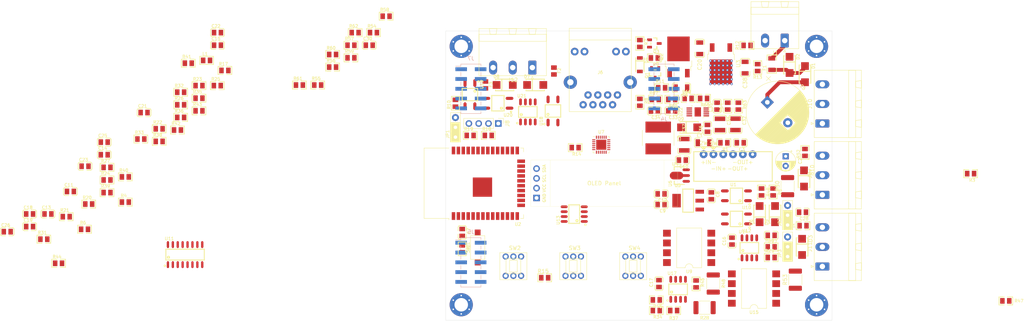
<source format=kicad_pcb>
(kicad_pcb (version 20171130) (host pcbnew "(5.1.10)-1")
  (layers (0 F.Cu signal) (31 B.Cu signal) (34 B.Paste user) (35 F.Paste user) (36 B.SilkS user) (37 F.SilkS user) (38 B.Mask user) (39 F.Mask user) (44 Edge.Cuts user))
  (net 0 "")
  (net 1 GNDPWR)
  (net 2 +5V)
  (net 3 "Net-(C4-Pad1)")
  (net 4 +5VD)
  (net 5 +3V3)
  (net 6 VAC)
  (net 7 "Net-(D4-Pad1)")
  (net 8 "Net-(J9-Pad1)")
  (net 9 /SCL)
  (net 10 "Net-(JP1-Pad1)")
  (net 11 "Net-(JP3-Pad1)")
  (net 12 "Net-(R4-Pad2)")
  (net 13 "Net-(R6-Pad2)")
  (net 14 "Net-(R15-Pad1)")
  (net 15 "Net-(R21-Pad1)")
  (net 16 "Net-(R22-Pad1)")
  (net 17 /SDA)
  (net 18 "Net-(R28-Pad1)")
  (net 19 "Net-(R34-Pad1)")
  (net 20 "Net-(U11-Pad9)")
  (net 21 "Net-(U15-Pad7)")
  (net 22 "Net-(U15-Pad8)")
  (net 23 "Net-(R46-Pad2)")
  (net 24 "Net-(U14-Pad1)")
  (net 25 "Net-(R29-Pad1)")
  (net 26 +12V)
  (net 27 GND)
  (net 28 "Net-(C11-Pad1)")
  (net 29 "Net-(C18-Pad1)")
  (net 30 "Net-(C19-Pad1)")
  (net 31 "Net-(C25-Pad1)")
  (net 32 "Net-(C26-Pad1)")
  (net 33 "Net-(C27-Pad1)")
  (net 34 "Net-(C28-Pad1)")
  (net 35 /+24V)
  (net 36 "Net-(C33-Pad1)")
  (net 37 "Net-(C34-Pad1)")
  (net 38 "Net-(C35-Pad1)")
  (net 39 "Net-(C36-Pad2)")
  (net 40 "Net-(C36-Pad1)")
  (net 41 "Net-(D1-Pad2)")
  (net 42 "Net-(D4-Pad2)")
  (net 43 "Net-(D7-Pad1)")
  (net 44 "Net-(D8-Pad2)")
  (net 45 /RS485/B485)
  (net 46 /RS485/A485)
  (net 47 "Net-(J5-Pad10)")
  (net 48 /RELOUT6)
  (net 49 "Net-(J5-Pad7)")
  (net 50 /RELOUT4)
  (net 51 /RELOUT5)
  (net 52 /RELOUT2)
  (net 53 /RELOUT3)
  (net 54 /RELOUT1)
  (net 55 "Net-(J6-Pad11)")
  (net 56 "Net-(J6-Pad10)")
  (net 57 "Net-(J6-Pad3)")
  (net 58 "Net-(J6-Pad1)")
  (net 59 "Net-(J6-Pad8)")
  (net 60 "Net-(J6-Pad6)")
  (net 61 "Net-(J6-Pad2)")
  (net 62 "Net-(J7-Pad10)")
  (net 63 "Net-(J7-Pad8)")
  (net 64 "Net-(J7-Pad7)")
  (net 65 "Net-(J7-Pad6)")
  (net 66 "Net-(J7-Pad5)")
  (net 67 "Net-(J7-Pad4)")
  (net 68 "Net-(J7-Pad3)")
  (net 69 /ISense1)
  (net 70 /PROG_RXD)
  (net 71 /PROG_TXD)
  (net 72 "Net-(J9-Pad3)")
  (net 73 "Net-(J10-Pad2)")
  (net 74 "Net-(J10-Pad1)")
  (net 75 "Net-(J11-Pad3)")
  (net 76 "Net-(J11-Pad1)")
  (net 77 /BOOT_WP)
  (net 78 "Net-(JP2-Pad1)")
  (net 79 "Net-(Q1-Pad1)")
  (net 80 "Net-(Q1-Pad3)")
  (net 81 "Net-(Q3-Pad3)")
  (net 82 "Net-(R2-Pad2)")
  (net 83 /LMTX1)
  (net 84 /SER)
  (net 85 /SRCLK)
  (net 86 "Net-(R12-Pad1)")
  (net 87 /EMAC_CLK_OUT_180)
  (net 88 /RMII_TX_CLK)
  (net 89 /485TXD)
  (net 90 /485RXD)
  (net 91 /EMAC_RXD0)
  (net 92 "Net-(R20-Pad1)")
  (net 93 /EMAC_RXD1)
  (net 94 /EMAC_RX_DRV)
  (net 95 /ADC_Manual)
  (net 96 "Net-(R26-Pad1)")
  (net 97 /MDIO)
  (net 98 "Net-(R32-Pad1)")
  (net 99 /SPWM2)
  (net 100 /POT1)
  (net 101 "Net-(R36-Pad2)")
  (net 102 "Net-(R37-Pad2)")
  (net 103 "Net-(R38-Pad2)")
  (net 104 "Net-(R39-Pad1)")
  (net 105 /SPWM1)
  (net 106 /POT2)
  (net 107 "Net-(R45-Pad1)")
  (net 108 /LMTX2)
  (net 109 "Net-(R50-Pad1)")
  (net 110 "Net-(R54-Pad2)")
  (net 111 "Net-(R55-Pad2)")
  (net 112 "Net-(R57-Pad1)")
  (net 113 "Net-(R58-Pad2)")
  (net 114 "Net-(R59-Pad1)")
  (net 115 "Net-(R63-Pad2)")
  (net 116 "Net-(R66-Pad1)")
  (net 117 "Net-(R67-Pad2)")
  (net 118 /MDC)
  (net 119 /EMAC_TXD1)
  (net 120 /EMAC_TX_EN)
  (net 121 "Net-(U2-Pad32)")
  (net 122 /EMAC_TXD0)
  (net 123 /OE)
  (net 124 /RCLK)
  (net 125 "Net-(U2-Pad22)")
  (net 126 "Net-(U2-Pad21)")
  (net 127 "Net-(U2-Pad20)")
  (net 128 "Net-(U2-Pad19)")
  (net 129 "Net-(U2-Pad18)")
  (net 130 "Net-(U2-Pad17)")
  (net 131 /Isense1)
  (net 132 "Net-(U7-Pad14)")
  (net 133 "Net-(U7-Pad4)")
  (net 134 "Net-(U9-Pad8)")
  (net 135 "Net-(U9-Pad7)")
  (net 136 "Net-(R48-Pad1)")
  (net 137 "Net-(U14-Pad7)")
  (net 138 "Net-(U11-Pad15)")
  (net 139 "Net-(U11-Pad1)")
  (net 140 /485RW)
  (net 141 "Net-(U20-Pad2)")
  (net 142 "Net-(U22-Pad6)")
  (net 143 "Net-(SC1-Pad1)")
  (net 144 "Net-(SC2-Pad1)")
  (net 145 "Net-(SC3-Pad1)")
  (net 146 "Net-(SC4-Pad1)")
  (net 147 "Net-(C20-Pad1)")
  (module Connector_PinHeader_2.54mm:PinHeader_1x04_P2.54mm_Vertical (layer F.Cu) (at 33.6 44 270)
    (fp_text reference J8 (at 0 -2.33 90) (layer F.SilkS))
    (fp_text value UART)
    (pad 4 thru_hole oval (at 0 7.62 270) (size 1.7 1.7) (drill 1) (layers *.Cu *.Mask) (net 27 GND))
    (pad 3 thru_hole oval (at 0 5.08 270) (size 1.7 1.7) (drill 1) (layers *.Cu *.Mask) (net 70 /PROG_RXD))
    (pad 2 thru_hole oval (at 0 2.54 270) (size 1.7 1.7) (drill 1) (layers *.Cu *.Mask) (net 71 /PROG_TXD))
    (pad 1 thru_hole rect (at 0 0 270) (size 1.7 1.7) (drill 1) (layers *.Cu *.Mask) (net 5 +3V3))
  )
  (module "MyPCBLib:SMA(DO-214AC)_S1" (layer F.Cu) (at 112.75 58.25 270)
    (fp_text reference D10 (at -2.125219 -2.176276 90) (layer F.SilkS))
    (fp_text value 16V)
    (pad 1 smd rect (at 2.1 0 180) (size 2 2) (layers F.Cu F.Paste F.Mask) (net 34 "Net-(C28-Pad1)"))
    (pad 2 smd rect (at -2.1 0 180) (size 2 2) (layers F.Cu F.Paste F.Mask) (net 1 GNDPWR))
  )
  (module "MyPCBLib:SMA(DO-214AC)_S1" (layer F.Cu) (at 112.25 76 270)
    (fp_text reference D3 (at -2.125219 -2.176276 90) (layer F.SilkS))
    (fp_text value 16V)
    (pad 1 smd rect (at 2.1 0 180) (size 2 2) (layers F.Cu F.Paste F.Mask) (net 33 "Net-(C27-Pad1)"))
    (pad 2 smd rect (at -2.1 0 180) (size 2 2) (layers F.Cu F.Paste F.Mask) (net 1 GNDPWR))
  )
  (module MyPCBLib:K8-7071 (layer F.Cu) (at 68.5 81)
    (fp_text reference SW4 (at 0.381 -4.699) (layer F.SilkS))
    (fp_text value SET)
    (pad 4 thru_hole circle (at -2 -2.5) (size 1.6 1.6) (drill 0.9) (layers *.Cu *.Mask))
    (pad 5 thru_hole circle (at 0 -2.5) (size 1.6 1.6) (drill 0.9) (layers *.Cu *.Mask))
    (pad 6 thru_hole circle (at 2 -2.5) (size 1.6 1.6) (drill 0.9) (layers *.Cu *.Mask))
    (pad 1 thru_hole circle (at -2 2.5) (size 1.6 1.6) (drill 0.9) (layers *.Cu *.Mask) (net 95 /ADC_Manual))
    (pad 2 thru_hole circle (at 0 2.5) (size 1.6 1.6) (drill 0.9) (layers *.Cu *.Mask) (net 27 GND))
    (pad 3 thru_hole circle (at 2 2.5) (size 1.6 1.6) (drill 0.9) (layers *.Cu *.Mask))
  )
  (module MyPCBLib:K8-7071 (layer F.Cu) (at 53 81)
    (fp_text reference SW3 (at 0.381 -4.699) (layer F.SilkS))
    (fp_text value CCW)
    (pad 4 thru_hole circle (at -2 -2.5) (size 1.6 1.6) (drill 0.9) (layers *.Cu *.Mask))
    (pad 5 thru_hole circle (at 0 -2.5) (size 1.6 1.6) (drill 0.9) (layers *.Cu *.Mask))
    (pad 6 thru_hole circle (at 2 -2.5) (size 1.6 1.6) (drill 0.9) (layers *.Cu *.Mask))
    (pad 1 thru_hole circle (at -2 2.5) (size 1.6 1.6) (drill 0.9) (layers *.Cu *.Mask) (net 14 "Net-(R15-Pad1)"))
    (pad 2 thru_hole circle (at 0 2.5) (size 1.6 1.6) (drill 0.9) (layers *.Cu *.Mask) (net 27 GND))
    (pad 3 thru_hole circle (at 2 2.5) (size 1.6 1.6) (drill 0.9) (layers *.Cu *.Mask))
  )
  (module MyPCBLib:K8-7071 (layer F.Cu) (at 37.5 81)
    (fp_text reference SW2 (at 0.381 -4.699) (layer F.SilkS))
    (fp_text value CW)
    (pad 4 thru_hole circle (at -2 -2.5) (size 1.6 1.6) (drill 0.9) (layers *.Cu *.Mask))
    (pad 5 thru_hole circle (at 0 -2.5) (size 1.6 1.6) (drill 0.9) (layers *.Cu *.Mask))
    (pad 6 thru_hole circle (at 2 -2.5) (size 1.6 1.6) (drill 0.9) (layers *.Cu *.Mask))
    (pad 1 thru_hole circle (at -2 2.5) (size 1.6 1.6) (drill 0.9) (layers *.Cu *.Mask) (net 96 "Net-(R26-Pad1)"))
    (pad 2 thru_hole circle (at 0 2.5) (size 1.6 1.6) (drill 0.9) (layers *.Cu *.Mask) (net 27 GND))
    (pad 3 thru_hole circle (at 2 2.5) (size 1.6 1.6) (drill 0.9) (layers *.Cu *.Mask))
  )
  (module MyPCBLib:SW_SPST_TS_1101 (layer F.Cu) (at 28.25 76.15 90)
    (fp_text reference SW1 (at 0 -2.6 90) (layer F.SilkS))
    (fp_text value SW_SPST)
    (pad 1 smd rect (at -3.9 0 90) (size 1.5 1.5) (layers F.Cu F.Paste F.Mask) (net 27 GND))
    (pad 2 smd rect (at 3.9 0 90) (size 1.5 1.5) (layers F.Cu F.Paste F.Mask) (net 82 "Net-(R2-Pad2)"))
  )
  (module lc_lib:0805_R (layer F.Cu) (at 45.61 84)
    (fp_text reference R15 (at -0.393619 -1.684276) (layer F.SilkS))
    (fp_text value 4.7K)
    (pad 2 smd rect (at 0.89 0) (size 1.16 1.47) (layers F.Cu F.Paste F.Mask) (net 95 /ADC_Manual))
    (pad 1 smd rect (at -0.89 0) (size 1.16 1.47) (layers F.Cu F.Paste F.Mask) (net 14 "Net-(R15-Pad1)"))
  )
  (module Resistor_SMD:R_1812_4532Metric_Pad1.30x3.40mm_HandSolder (layer F.Cu) (at 110.5 84.5 90)
    (fp_text reference R53 (at 0 -2.65 90) (layer F.SilkS))
    (fp_text value 1K1/2)
    (pad 2 smd roundrect (at 2.225 0 90) (size 1.3 3.4) (layers F.Cu F.Paste F.Mask) (roundrect_rratio 0.192308) (net 26 +12V))
    (pad 1 smd roundrect (at -2.225 0 90) (size 1.3 3.4) (layers F.Cu F.Paste F.Mask) (roundrect_rratio 0.192308) (net 76 "Net-(J11-Pad1)"))
  )
  (module Resistor_SMD:R_1812_4532Metric_Pad1.30x3.40mm_HandSolder (layer F.Cu) (at 108.5 60.25 90)
    (fp_text reference R30 (at 0 -2.65 90) (layer F.SilkS))
    (fp_text value "1K 1/2")
    (pad 2 smd roundrect (at 2.225 0 90) (size 1.3 3.4) (layers F.Cu F.Paste F.Mask) (roundrect_rratio 0.192308) (net 26 +12V))
    (pad 1 smd roundrect (at -2.225 0 90) (size 1.3 3.4) (layers F.Cu F.Paste F.Mask) (roundrect_rratio 0.192308) (net 8 "Net-(J9-Pad1)"))
  )
  (module Connector_Phoenix_MSTB:PhoenixContact_MSTBA_2,5_3-G-5,08_1x03_P5.08mm_Horizontal (layer F.Cu) (at 117.5 62.5 90)
    (fp_text reference J9 (at 5.08 -3.2 90) (layer F.SilkS))
    (fp_text value POT)
    (pad 3 thru_hole oval (at 10.16 0 90) (size 2.08 3.6) (drill 1.4) (layers *.Cu *.Mask) (net 72 "Net-(J9-Pad3)"))
    (pad 2 thru_hole oval (at 5.08 0 90) (size 2.08 3.6) (drill 1.4) (layers *.Cu *.Mask) (net 34 "Net-(C28-Pad1)"))
    (pad 1 thru_hole roundrect (at 0 0 90) (size 2.08 3.6) (drill 1.4) (layers *.Cu *.Mask) (roundrect_rratio 0.120192) (net 8 "Net-(J9-Pad1)"))
  )
  (module Connector_Phoenix_MSTB:PhoenixContact_MSTBA_2,5_3-G-5,08_1x03_P5.08mm_Horizontal (layer F.Cu) (at 42.41 29.5 180)
    (fp_text reference J12 (at 5.08 -3.2) (layer F.SilkS))
    (fp_text value RS485)
    (pad 3 thru_hole oval (at 10.16 0 180) (size 2.08 3.6) (drill 1.4) (layers *.Cu *.Mask) (net 46 /RS485/A485))
    (pad 2 thru_hole oval (at 5.08 0 180) (size 2.08 3.6) (drill 1.4) (layers *.Cu *.Mask) (net 1 GNDPWR))
    (pad 1 thru_hole roundrect (at 0 0 180) (size 2.08 3.6) (drill 1.4) (layers *.Cu *.Mask) (roundrect_rratio 0.120192) (net 45 /RS485/B485))
  )
  (module Connector_Phoenix_MSTB:PhoenixContact_MSTBA_2,5_3-G-5,08_1x03_P5.08mm_Horizontal (layer F.Cu) (at 117.5 81.08 90)
    (fp_text reference J11 (at 5.08 -3.2 90) (layer F.SilkS))
    (fp_text value POT)
    (pad 3 thru_hole oval (at 10.16 0 90) (size 2.08 3.6) (drill 1.4) (layers *.Cu *.Mask) (net 75 "Net-(J11-Pad3)"))
    (pad 2 thru_hole oval (at 5.08 0 90) (size 2.08 3.6) (drill 1.4) (layers *.Cu *.Mask) (net 33 "Net-(C27-Pad1)"))
    (pad 1 thru_hole roundrect (at 0 0 90) (size 2.08 3.6) (drill 1.4) (layers *.Cu *.Mask) (roundrect_rratio 0.120192) (net 76 "Net-(J11-Pad1)"))
  )
  (module Connector_Phoenix_MSTB:PhoenixContact_MSTBA_2,5_3-G-5,08_1x03_P5.08mm_Horizontal (layer F.Cu) (at 117.5 44 90)
    (fp_text reference J10 (at 5.08 -3.2 90) (layer F.SilkS))
    (fp_text value LIMIT12)
    (pad 3 thru_hole oval (at 10.16 0 90) (size 2.08 3.6) (drill 1.4) (layers *.Cu *.Mask) (net 1 GNDPWR))
    (pad 2 thru_hole oval (at 5.08 0 90) (size 2.08 3.6) (drill 1.4) (layers *.Cu *.Mask) (net 73 "Net-(J10-Pad2)"))
    (pad 1 thru_hole roundrect (at 0 0 90) (size 2.08 3.6) (drill 1.4) (layers *.Cu *.Mask) (roundrect_rratio 0.120192) (net 74 "Net-(J10-Pad1)"))
  )
  (module Connector_Phoenix_MSTB:PhoenixContact_MSTBA_2,5_2-G-5,08_1x02_P5.08mm_Horizontal (layer F.Cu) (at 107.75 22.5 180)
    (fp_text reference J1 (at 2.54 -3.2) (layer F.SilkS))
    (fp_text value 24VAC)
    (pad 2 thru_hole oval (at 5.08 0 180) (size 2.08 3.6) (drill 1.4) (layers *.Cu *.Mask) (net 1 GNDPWR))
    (pad 1 thru_hole roundrect (at 0 0 180) (size 2.08 3.6) (drill 1.4) (layers *.Cu *.Mask) (roundrect_rratio 0.120192) (net 6 VAC))
  )
  (module Package_TO_SOT_SMD:TO-252-2 (layer F.Cu) (at 91.25 28.5 270)
    (fp_text reference U3 (at 0 -4.5 90) (layer F.SilkS))
    (fp_text value LM317_TO-220)
    (pad 2 smd rect (at 2.1 0 270) (size 6.4 5.8) (layers F.Cu F.Mask) (net 35 /+24V))
    (pad 3 smd rect (at -4.2 2.28 270) (size 2.2 1.2) (layers F.Cu F.Paste F.Mask) (net 147 "Net-(C20-Pad1)"))
    (pad 1 smd rect (at -4.2 -2.28 270) (size 2.2 1.2) (layers F.Cu F.Paste F.Mask) (net 86 "Net-(R12-Pad1)"))
  )
  (module Package_TO_SOT_SMD:TO-252-2 (layer F.Cu) (at 80.25 26.75 90)
    (fp_text reference Q2 (at 0 -4.5 90) (layer F.SilkS))
    (fp_text value TIP127)
    (pad 2 smd rect (at 2.1 0 90) (size 6.4 5.8) (layers F.Cu F.Mask) (net 147 "Net-(C20-Pad1)"))
    (pad 3 smd rect (at -4.2 2.28 90) (size 2.2 1.2) (layers F.Cu F.Paste F.Mask) (net 3 "Net-(C4-Pad1)"))
    (pad 1 smd rect (at -4.2 -2.28 90) (size 2.2 1.2) (layers F.Cu F.Paste F.Mask) (net 80 "Net-(Q1-Pad3)"))
  )
  (module lc_lib:1206_C (layer F.Cu) (at 97.5 29.5 90)
    (fp_text reference C38 (at -4 0 90) (layer F.SilkS))
    (fp_text value "1uF 50V")
    (pad 2 smd rect (at 1.49 0 90) (size 1.13 1.8) (layers F.Cu F.Paste F.Mask) (net 1 GNDPWR))
    (pad 1 smd rect (at -1.49 0 90) (size 1.13 1.8) (layers F.Cu F.Paste F.Mask) (net 35 /+24V))
  )
  (module lc_lib:1206_C (layer F.Cu) (at 85.75 24.5 270)
    (fp_text reference C20 (at 4.25 0 90) (layer F.SilkS))
    (fp_text value "1uF 50V")
    (pad 2 smd rect (at 1.49 0 270) (size 1.13 1.8) (layers F.Cu F.Paste F.Mask) (net 1 GNDPWR))
    (pad 1 smd rect (at -1.49 0 270) (size 1.13 1.8) (layers F.Cu F.Paste F.Mask) (net 147 "Net-(C20-Pad1)"))
  )
  (module lc_lib:SOIC-8_150MIL (layer F.Cu) (at 80.15 87)
    (fp_text reference U17 (at -1.573619 -4.150876) (layer F.SilkS) (effects (font (size 0.8 0.8))))
    (fp_text value LMV358)
    (pad 8 smd oval (at -1.905 -2.6 180) (size 0.7 1.8) (layers F.Cu F.Paste F.Mask) (net 5 +3V3))
    (pad 7 smd oval (at -0.635 -2.6 180) (size 0.7 1.8) (layers F.Cu F.Paste F.Mask) (net 107 "Net-(R45-Pad1)"))
    (pad 6 smd oval (at 0.635 -2.6 180) (size 0.7 1.8) (layers F.Cu F.Paste F.Mask) (net 23 "Net-(R46-Pad2)"))
    (pad 5 smd oval (at 1.905 -2.6 180) (size 0.7 1.8) (layers F.Cu F.Paste F.Mask) (net 27 GND))
    (pad 4 smd oval (at 1.905 2.6 180) (size 0.7 1.8) (layers F.Cu F.Paste F.Mask) (net 27 GND))
    (pad 3 smd oval (at 0.635 2.6 180) (size 0.7 1.8) (layers F.Cu F.Paste F.Mask) (net 27 GND))
    (pad 2 smd oval (at -0.635 2.6 180) (size 0.7 1.8) (layers F.Cu F.Paste F.Mask) (net 102 "Net-(R37-Pad2)"))
    (pad 1 smd oval (at -1.905 2.6 180) (size 0.7 1.8) (layers F.Cu F.Paste F.Mask) (net 19 "Net-(R34-Pad1)"))
  )
  (module lc_lib:SOIC-8_150MIL (layer F.Cu) (at 98.6 76.25)
    (fp_text reference U14 (at -1.573619 -4.150876) (layer F.SilkS) (effects (font (size 0.8 0.8))))
    (fp_text value TL072)
    (pad 8 smd oval (at -1.905 -2.6 180) (size 0.7 1.8) (layers F.Cu F.Paste F.Mask) (net 26 +12V))
    (pad 7 smd oval (at -0.635 -2.6 180) (size 0.7 1.8) (layers F.Cu F.Paste F.Mask) (net 137 "Net-(U14-Pad7)"))
    (pad 6 smd oval (at 0.635 -2.6 180) (size 0.7 1.8) (layers F.Cu F.Paste F.Mask) (net 109 "Net-(R50-Pad1)"))
    (pad 5 smd oval (at 1.905 -2.6 180) (size 0.7 1.8) (layers F.Cu F.Paste F.Mask) (net 1 GNDPWR))
    (pad 4 smd oval (at 1.905 2.6 180) (size 0.7 1.8) (layers F.Cu F.Paste F.Mask) (net 1 GNDPWR))
    (pad 3 smd oval (at 0.635 2.6 180) (size 0.7 1.8) (layers F.Cu F.Paste F.Mask) (net 1 GNDPWR))
    (pad 2 smd oval (at -0.635 2.6 180) (size 0.7 1.8) (layers F.Cu F.Paste F.Mask) (net 25 "Net-(R29-Pad1)"))
    (pad 1 smd oval (at -1.905 2.6 180) (size 0.7 1.8) (layers F.Cu F.Paste F.Mask) (net 24 "Net-(U14-Pad1)"))
  )
  (module lc_lib:SOIC-8_150MIL (layer F.Cu) (at 53.25 67.5 90)
    (fp_text reference U13 (at -1.573619 -4.150876 90) (layer F.SilkS) (effects (font (size 0.8 0.8))))
    (fp_text value AT24C64)
    (pad 8 smd oval (at -1.905 -2.6 270) (size 0.7 1.8) (layers F.Cu F.Paste F.Mask) (net 5 +3V3))
    (pad 7 smd oval (at -0.635 -2.6 270) (size 0.7 1.8) (layers F.Cu F.Paste F.Mask) (net 77 /BOOT_WP))
    (pad 6 smd oval (at 0.635 -2.6 270) (size 0.7 1.8) (layers F.Cu F.Paste F.Mask) (net 9 /SCL))
    (pad 5 smd oval (at 1.905 -2.6 270) (size 0.7 1.8) (layers F.Cu F.Paste F.Mask) (net 17 /SDA))
    (pad 4 smd oval (at 1.905 2.6 270) (size 0.7 1.8) (layers F.Cu F.Paste F.Mask) (net 27 GND))
    (pad 3 smd oval (at 0.635 2.6 270) (size 0.7 1.8) (layers F.Cu F.Paste F.Mask) (net 27 GND))
    (pad 2 smd oval (at -0.635 2.6 270) (size 0.7 1.8) (layers F.Cu F.Paste F.Mask) (net 27 GND))
    (pad 1 smd oval (at -1.905 2.6 270) (size 0.7 1.8) (layers F.Cu F.Paste F.Mask) (net 27 GND))
  )
  (module Resistor_SMD:R_1812_4532Metric_Pad1.30x3.40mm_HandSolder (layer F.Cu) (at 89.25 85.5 270)
    (fp_text reference R48 (at 0 -2.65 90) (layer F.SilkS) (effects (font (size 0.8 0.8))))
    (fp_text value "680 1/2")
    (pad 2 smd roundrect (at 2.225 0 270) (size 1.3 3.4) (layers F.Cu F.Paste F.Mask) (roundrect_rratio 0.192308) (net 26 +12V))
    (pad 1 smd roundrect (at -2.225 0 270) (size 1.3 3.4) (layers F.Cu F.Paste F.Mask) (roundrect_rratio 0.192308) (net 136 "Net-(R48-Pad1)"))
  )
  (module "lc_lib:SOT-23(SOT-23-3)" (layer F.Cu) (at 74 23.25 180)
    (fp_text reference Q3 (at -0.500219 -2.136276) (layer F.SilkS) (effects (font (size 0.8 0.8))))
    (fp_text value MMBT5551)
    (pad 3 smd rect (at -1.25 0 90) (size 0.7 1.25) (layers F.Cu F.Paste F.Mask) (net 81 "Net-(Q3-Pad3)"))
    (pad 2 smd rect (at 1.25 -0.95 90) (size 0.7 1.25) (layers F.Cu F.Paste F.Mask) (net 1 GNDPWR))
    (pad 1 smd rect (at 1.25 0.95 90) (size 0.7 1.25) (layers F.Cu F.Paste F.Mask) (net 42 "Net-(D4-Pad2)"))
  )
  (module "lc_lib:SOT-23(SOT-23-3)" (layer F.Cu) (at 74.2 31 90)
    (fp_text reference Q1 (at -0.500219 -2.136276 90) (layer F.SilkS) (effects (font (size 0.8 0.8))))
    (fp_text value 8550)
    (pad 3 smd rect (at -1.25 0) (size 0.7 1.25) (layers F.Cu F.Paste F.Mask) (net 80 "Net-(Q1-Pad3)"))
    (pad 2 smd rect (at 1.25 -0.95) (size 0.7 1.25) (layers F.Cu F.Paste F.Mask) (net 3 "Net-(C4-Pad1)"))
    (pad 1 smd rect (at 1.25 0.95) (size 0.7 1.25) (layers F.Cu F.Paste F.Mask) (net 79 "Net-(Q1-Pad1)"))
  )
  (module lc_lib:0805 (layer F.Cu) (at 30.25 34 270)
    (fp_text reference F3 (at -0.095219 -1.385876 90) (layer F.SilkS) (effects (font (size 0.8 0.8))))
    (fp_text value 6.8V0.1A)
    (pad 2 smd rect (at 0.89 0 270) (size 1.16 1.47) (layers F.Cu F.Paste F.Mask) (net 44 "Net-(D8-Pad2)"))
    (pad 1 smd rect (at -0.89 0 270) (size 1.16 1.47) (layers F.Cu F.Paste F.Mask) (net 46 /RS485/A485))
  )
  (module lc_lib:0805 (layer F.Cu) (at 48 30.39 270)
    (fp_text reference F2 (at -0.095219 -1.385876 90) (layer F.SilkS) (effects (font (size 0.8 0.8))))
    (fp_text value 6.8V0.1A)
    (pad 2 smd rect (at 0.89 0 270) (size 1.16 1.47) (layers F.Cu F.Paste F.Mask) (net 43 "Net-(D7-Pad1)"))
    (pad 1 smd rect (at -0.89 0 270) (size 1.16 1.47) (layers F.Cu F.Paste F.Mask) (net 45 /RS485/B485))
  )
  (module MyPCBLib:LL-34 (layer F.Cu) (at 70.25 28.75 270)
    (fp_text reference D4 (at -1.125219 -1.751276 90) (layer F.SilkS) (effects (font (size 0.8 0.8))))
    (fp_text value 16V)
    (pad 1 smd rect (at 1.75 0 90) (size 0.9 1.5) (layers F.Cu F.Paste F.Mask) (net 7 "Net-(D4-Pad1)"))
    (pad 2 smd rect (at -1.75 0 90) (size 0.9 1.5) (layers F.Cu F.Paste F.Mask) (net 42 "Net-(D4-Pad2)"))
  )
  (module lc_lib:0805_C (layer F.Cu) (at 81.25 53.5 180)
    (fp_text reference C10 (at -0.393619 -1.684276) (layer F.SilkS) (effects (font (size 0.8 0.8))))
    (fp_text value 1uF)
    (pad 2 smd rect (at 0.89 0 180) (size 1.16 1.47) (layers F.Cu F.Paste F.Mask) (net 1 GNDPWR))
    (pad 1 smd rect (at -0.89 0 180) (size 1.16 1.47) (layers F.Cu F.Paste F.Mask) (net 26 +12V))
  )
  (module "lc_lib:SOT-89(SOT-89-3)" (layer F.Cu) (at 82.25 57.5)
    (fp_text reference U4 (at -2.875219 -2.976276) (layer F.SilkS) (effects (font (size 0.8 0.8))))
    (fp_text value L78L05_SOT89)
    (pad 3 smd oval (at 0 -1.5 270) (size 0.7 1.9) (layers F.Cu F.Paste F.Mask) (net 26 +12V))
    (pad 2 smd oval (at -2.5 0 270) (size 2 3.5) (layers F.Cu F.Paste F.Mask) (net 1 GNDPWR))
    (pad 2 smd oval (at -0.1 0 270) (size 0.7 2.1) (layers F.Cu F.Paste F.Mask) (net 1 GNDPWR))
    (pad 1 smd oval (at 0 1.5 270) (size 0.7 1.9) (layers F.Cu F.Paste F.Mask) (net 4 +5VD))
  )
  (module Capacitor_THT:CP_Radial_D5.0mm_P2.50mm (layer F.Cu) (at 108 52.5 270)
    (fp_text reference C2 (at 1.25 -3.75 90) (layer F.SilkS) (effects (font (size 0.8 0.8))))
    (fp_text value 100uF)
    (pad 2 thru_hole circle (at 2.5 0 270) (size 1.6 1.6) (drill 0.8) (layers *.Cu *.Mask) (net 27 GND))
    (pad 1 thru_hole rect (at 0 0 270) (size 1.6 1.6) (drill 0.8) (layers *.Cu *.Mask) (net 2 +5V))
  )
  (module Inductor_SMD:L_Bourns_SRN8040TA (layer F.Cu) (at 75 47.75 270)
    (fp_text reference L2 (at 0.1 -5.4 270) (layer F.SilkS) (effects (font (size 0.8 0.8))))
    (fp_text value 100uH)
    (pad 2 smd rect (at 2.825 0 180) (size 6.6 2.85) (layers F.Cu F.Paste F.Mask) (net 26 +12V))
    (pad 1 smd rect (at -2.825 0 180) (size 6.6 2.85) (layers F.Cu F.Paste F.Mask) (net 40 "Net-(C36-Pad1)"))
  )
  (module lc_lib:SOIC-8_150MIL (layer F.Cu) (at 41.25 41)
    (fp_text reference U21 (at -1.573619 -4.150876) (layer F.SilkS) (effects (font (size 0.8 0.8))))
    (fp_text value MAX485E)
    (pad 8 smd oval (at -1.905 -2.6 180) (size 0.7 1.8) (layers F.Cu F.Paste F.Mask) (net 4 +5VD))
    (pad 7 smd oval (at -0.635 -2.6 180) (size 0.7 1.8) (layers F.Cu F.Paste F.Mask) (net 43 "Net-(D7-Pad1)"))
    (pad 6 smd oval (at 0.635 -2.6 180) (size 0.7 1.8) (layers F.Cu F.Paste F.Mask) (net 44 "Net-(D8-Pad2)"))
    (pad 5 smd oval (at 1.905 -2.6 180) (size 0.7 1.8) (layers F.Cu F.Paste F.Mask) (net 1 GNDPWR))
    (pad 4 smd oval (at 1.905 2.6 180) (size 0.7 1.8) (layers F.Cu F.Paste F.Mask) (net 113 "Net-(R58-Pad2)"))
    (pad 3 smd oval (at 0.635 2.6 180) (size 0.7 1.8) (layers F.Cu F.Paste F.Mask) (net 114 "Net-(R59-Pad1)"))
    (pad 2 smd oval (at -0.635 2.6 180) (size 0.7 1.8) (layers F.Cu F.Paste F.Mask) (net 114 "Net-(R59-Pad1)"))
    (pad 1 smd oval (at -1.905 2.6 180) (size 0.7 1.8) (layers F.Cu F.Paste F.Mask) (net 141 "Net-(U20-Pad2)"))
  )
  (module MyPCBLib:M3_Screwhole (layer F.Cu) (at 116 91)
    (fp_text reference SC4 hide)
    (fp_text value Screw_Terminal_01x01 hide)
    (pad 1 thru_hole circle (at 2.05681 -1.1875 300) (size 0.8 0.8) (drill 0.4) (layers *.Cu *.Mask) (net 146 "Net-(SC4-Pad1)"))
    (pad 1 thru_hole circle (at 2.05681 1.1875 240) (size 0.8 0.8) (drill 0.4) (layers *.Cu *.Mask) (net 146 "Net-(SC4-Pad1)"))
    (pad 1 thru_hole circle (at 0 2.375 180) (size 0.8 0.8) (drill 0.4) (layers *.Cu *.Mask) (net 146 "Net-(SC4-Pad1)"))
    (pad 1 thru_hole circle (at -2.05681 1.1875 120) (size 0.8 0.8) (drill 0.4) (layers *.Cu *.Mask) (net 146 "Net-(SC4-Pad1)"))
    (pad 1 thru_hole circle (at -2.05681 -1.1875 60) (size 0.8 0.8) (drill 0.4) (layers *.Cu *.Mask) (net 146 "Net-(SC4-Pad1)"))
    (pad 1 thru_hole circle (at 0 -2.375) (size 0.8 0.8) (drill 0.4) (layers *.Cu *.Mask) (net 146 "Net-(SC4-Pad1)"))
    (pad 1 thru_hole circle (at 0 0) (size 6 6) (drill 3.5) (layers *.Cu *.Mask) (net 146 "Net-(SC4-Pad1)"))
  )
  (module MyPCBLib:M3_Screwhole (layer F.Cu) (at 24 91)
    (fp_text reference SC3 hide)
    (fp_text value Screw_Terminal_01x01 hide)
    (pad 1 thru_hole circle (at 2.05681 -1.1875 300) (size 0.8 0.8) (drill 0.4) (layers *.Cu *.Mask) (net 145 "Net-(SC3-Pad1)"))
    (pad 1 thru_hole circle (at 2.05681 1.1875 240) (size 0.8 0.8) (drill 0.4) (layers *.Cu *.Mask) (net 145 "Net-(SC3-Pad1)"))
    (pad 1 thru_hole circle (at 0 2.375 180) (size 0.8 0.8) (drill 0.4) (layers *.Cu *.Mask) (net 145 "Net-(SC3-Pad1)"))
    (pad 1 thru_hole circle (at -2.05681 1.1875 120) (size 0.8 0.8) (drill 0.4) (layers *.Cu *.Mask) (net 145 "Net-(SC3-Pad1)"))
    (pad 1 thru_hole circle (at -2.05681 -1.1875 60) (size 0.8 0.8) (drill 0.4) (layers *.Cu *.Mask) (net 145 "Net-(SC3-Pad1)"))
    (pad 1 thru_hole circle (at 0 -2.375) (size 0.8 0.8) (drill 0.4) (layers *.Cu *.Mask) (net 145 "Net-(SC3-Pad1)"))
    (pad 1 thru_hole circle (at 0 0) (size 6 6) (drill 3.5) (layers *.Cu *.Mask) (net 145 "Net-(SC3-Pad1)"))
  )
  (module MyPCBLib:M3_Screwhole (layer F.Cu) (at 116 24)
    (fp_text reference SC2 hide)
    (fp_text value Screw_Terminal_01x01 hide)
    (pad 1 thru_hole circle (at 2.05681 -1.1875 300) (size 0.8 0.8) (drill 0.4) (layers *.Cu *.Mask) (net 144 "Net-(SC2-Pad1)"))
    (pad 1 thru_hole circle (at 2.05681 1.1875 240) (size 0.8 0.8) (drill 0.4) (layers *.Cu *.Mask) (net 144 "Net-(SC2-Pad1)"))
    (pad 1 thru_hole circle (at 0 2.375 180) (size 0.8 0.8) (drill 0.4) (layers *.Cu *.Mask) (net 144 "Net-(SC2-Pad1)"))
    (pad 1 thru_hole circle (at -2.05681 1.1875 120) (size 0.8 0.8) (drill 0.4) (layers *.Cu *.Mask) (net 144 "Net-(SC2-Pad1)"))
    (pad 1 thru_hole circle (at -2.05681 -1.1875 60) (size 0.8 0.8) (drill 0.4) (layers *.Cu *.Mask) (net 144 "Net-(SC2-Pad1)"))
    (pad 1 thru_hole circle (at 0 -2.375) (size 0.8 0.8) (drill 0.4) (layers *.Cu *.Mask) (net 144 "Net-(SC2-Pad1)"))
    (pad 1 thru_hole circle (at 0 0) (size 6 6) (drill 3.5) (layers *.Cu *.Mask) (net 144 "Net-(SC2-Pad1)"))
  )
  (module MyPCBLib:M3_Screwhole (layer F.Cu) (at 24 24)
    (fp_text reference SC1 hide)
    (fp_text value Screw_Terminal_01x01 hide)
    (pad 1 thru_hole circle (at 2.05681 -1.1875 300) (size 0.8 0.8) (drill 0.4) (layers *.Cu *.Mask) (net 143 "Net-(SC1-Pad1)"))
    (pad 1 thru_hole circle (at 2.05681 1.1875 240) (size 0.8 0.8) (drill 0.4) (layers *.Cu *.Mask) (net 143 "Net-(SC1-Pad1)"))
    (pad 1 thru_hole circle (at 0 2.375 180) (size 0.8 0.8) (drill 0.4) (layers *.Cu *.Mask) (net 143 "Net-(SC1-Pad1)"))
    (pad 1 thru_hole circle (at -2.05681 1.1875 120) (size 0.8 0.8) (drill 0.4) (layers *.Cu *.Mask) (net 143 "Net-(SC1-Pad1)"))
    (pad 1 thru_hole circle (at -2.05681 -1.1875 60) (size 0.8 0.8) (drill 0.4) (layers *.Cu *.Mask) (net 143 "Net-(SC1-Pad1)"))
    (pad 1 thru_hole circle (at 0 -2.375) (size 0.8 0.8) (drill 0.4) (layers *.Cu *.Mask) (net 143 "Net-(SC1-Pad1)"))
    (pad 1 thru_hole circle (at 0 0) (size 6 6) (drill 3.5) (layers *.Cu *.Mask) (net 143 "Net-(SC1-Pad1)"))
  )
  (module Capacitor_THT:CP_Radial_D16.0mm_P7.50mm (layer F.Cu) (at 103.25 38.5 315)
    (fp_text reference C5 (at 3.75 -9.25 135) (layer F.SilkS) (effects (font (size 0.8 0.8))))
    (fp_text value "1000uF 63V")
    (pad 2 thru_hole circle (at 7.5 0 315) (size 2.4 2.4) (drill 1.2) (layers *.Cu *.Mask) (net 1 GNDPWR))
    (pad 1 thru_hole rect (at 0 0 315) (size 2.4 2.4) (drill 1.2) (layers *.Cu *.Mask) (net 3 "Net-(C4-Pad1)"))
  )
  (module RF_Module:ESP32-WROOM-32 (layer F.Cu) (at 30.25 59.5 90)
    (fp_text reference U2 (at -10.61 8.43) (layer F.SilkS) (effects (font (size 0.8 0.8))))
    (fp_text value ESP32-WROOM-32)
    (pad 38 smd rect (at 8.5 -8.255 90) (size 2 0.9) (layers F.Cu F.Paste F.Mask) (net 27 GND))
    (pad 37 smd rect (at 8.5 -6.985 90) (size 2 0.9) (layers F.Cu F.Paste F.Mask) (net 118 /MDC))
    (pad 36 smd rect (at 8.5 -5.715 90) (size 2 0.9) (layers F.Cu F.Paste F.Mask) (net 119 /EMAC_TXD1))
    (pad 35 smd rect (at 8.5 -4.445 90) (size 2 0.9) (layers F.Cu F.Paste F.Mask) (net 89 /485TXD))
    (pad 34 smd rect (at 8.5 -3.175 90) (size 2 0.9) (layers F.Cu F.Paste F.Mask) (net 90 /485RXD))
    (pad 33 smd rect (at 8.5 -1.905 90) (size 2 0.9) (layers F.Cu F.Paste F.Mask) (net 120 /EMAC_TX_EN))
    (pad 32 smd rect (at 8.5 -0.635 90) (size 2 0.9) (layers F.Cu F.Paste F.Mask) (net 121 "Net-(U2-Pad32)"))
    (pad 31 smd rect (at 8.5 0.635 90) (size 2 0.9) (layers F.Cu F.Paste F.Mask) (net 122 /EMAC_TXD0))
    (pad 30 smd rect (at 8.5 1.905 90) (size 2 0.9) (layers F.Cu F.Paste F.Mask) (net 97 /MDIO))
    (pad 29 smd rect (at 8.5 3.175 90) (size 2 0.9) (layers F.Cu F.Paste F.Mask) (net 84 /SER))
    (pad 28 smd rect (at 8.5 4.445 90) (size 2 0.9) (layers F.Cu F.Paste F.Mask) (net 87 /EMAC_CLK_OUT_180))
    (pad 27 smd rect (at 8.5 5.715 90) (size 2 0.9) (layers F.Cu F.Paste F.Mask) (net 123 /OE))
    (pad 26 smd rect (at 8.5 6.985 90) (size 2 0.9) (layers F.Cu F.Paste F.Mask) (net 124 /RCLK))
    (pad 25 smd rect (at 8.5 8.255 90) (size 2 0.9) (layers F.Cu F.Paste F.Mask) (net 77 /BOOT_WP))
    (pad 24 smd rect (at 5.715 9.255 180) (size 2 0.9) (layers F.Cu F.Paste F.Mask) (net 85 /SRCLK))
    (pad 23 smd rect (at 4.445 9.255 180) (size 2 0.9) (layers F.Cu F.Paste F.Mask) (net 95 /ADC_Manual))
    (pad 22 smd rect (at 3.175 9.255 180) (size 2 0.9) (layers F.Cu F.Paste F.Mask) (net 125 "Net-(U2-Pad22)"))
    (pad 21 smd rect (at 1.905 9.255 180) (size 2 0.9) (layers F.Cu F.Paste F.Mask) (net 126 "Net-(U2-Pad21)"))
    (pad 20 smd rect (at 0.635 9.255 180) (size 2 0.9) (layers F.Cu F.Paste F.Mask) (net 127 "Net-(U2-Pad20)"))
    (pad 19 smd rect (at -0.635 9.255 180) (size 2 0.9) (layers F.Cu F.Paste F.Mask) (net 128 "Net-(U2-Pad19)"))
    (pad 18 smd rect (at -1.905 9.255 180) (size 2 0.9) (layers F.Cu F.Paste F.Mask) (net 129 "Net-(U2-Pad18)"))
    (pad 17 smd rect (at -3.175 9.255 180) (size 2 0.9) (layers F.Cu F.Paste F.Mask) (net 130 "Net-(U2-Pad17)"))
    (pad 16 smd rect (at -4.445 9.255 180) (size 2 0.9) (layers F.Cu F.Paste F.Mask) (net 105 /SPWM1))
    (pad 15 smd rect (at -5.715 9.255 180) (size 2 0.9) (layers F.Cu F.Paste F.Mask) (net 27 GND))
    (pad 14 smd rect (at -8.5 8.255 90) (size 2 0.9) (layers F.Cu F.Paste F.Mask) (net 131 /Isense1))
    (pad 13 smd rect (at -8.5 6.985 90) (size 2 0.9) (layers F.Cu F.Paste F.Mask) (net 99 /SPWM2))
    (pad 12 smd rect (at -8.5 5.715 90) (size 2 0.9) (layers F.Cu F.Paste F.Mask) (net 94 /EMAC_RX_DRV))
    (pad 11 smd rect (at -8.5 4.445 90) (size 2 0.9) (layers F.Cu F.Paste F.Mask) (net 93 /EMAC_RXD1))
    (pad 10 smd rect (at -8.5 3.175 90) (size 2 0.9) (layers F.Cu F.Paste F.Mask) (net 91 /EMAC_RXD0))
    (pad 9 smd rect (at -8.5 1.905 90) (size 2 0.9) (layers F.Cu F.Paste F.Mask) (net 17 /SDA))
    (pad 8 smd rect (at -8.5 0.635 90) (size 2 0.9) (layers F.Cu F.Paste F.Mask) (net 9 /SCL))
    (pad 7 smd rect (at -8.5 -0.635 90) (size 2 0.9) (layers F.Cu F.Paste F.Mask) (net 108 /LMTX2))
    (pad 6 smd rect (at -8.5 -1.905 90) (size 2 0.9) (layers F.Cu F.Paste F.Mask) (net 83 /LMTX1))
    (pad 5 smd rect (at -8.5 -3.175 90) (size 2 0.9) (layers F.Cu F.Paste F.Mask) (net 106 /POT2))
    (pad 4 smd rect (at -8.5 -4.445 90) (size 2 0.9) (layers F.Cu F.Paste F.Mask) (net 100 /POT1))
    (pad 3 smd rect (at -8.5 -5.715 90) (size 2 0.9) (layers F.Cu F.Paste F.Mask) (net 82 "Net-(R2-Pad2)"))
    (pad 2 smd rect (at -8.5 -6.985 90) (size 2 0.9) (layers F.Cu F.Paste F.Mask) (net 5 +3V3))
    (pad 1 smd rect (at -8.5 -8.255 90) (size 2 0.9) (layers F.Cu F.Paste F.Mask) (net 27 GND))
    (pad 39 smd rect (at -1 -0.755 90) (size 5 5) (layers F.Cu F.Paste F.Mask) (net 27 GND))
  )
  (module Connector_PinSocket_2.54mm:PinSocket_2x05_P2.54mm_Vertical_SMD (layer B.Cu) (at 76.5 35)
    (fp_text reference J4 (at 0 7.85) (layer B.SilkS) (effects (justify mirror)))
    (fp_text value Power)
    (pad 10 smd rect (at -2.52 -5.08) (size 3 1) (layers B.Cu B.Paste B.Mask) (net 26 +12V))
    (pad 9 smd rect (at 2.52 -5.08) (size 3 1) (layers B.Cu B.Paste B.Mask) (net 1 GNDPWR))
    (pad 8 smd rect (at -2.52 -2.54) (size 3 1) (layers B.Cu B.Paste B.Mask) (net 6 VAC))
    (pad 7 smd rect (at 2.52 -2.54) (size 3 1) (layers B.Cu B.Paste B.Mask) (net 1 GNDPWR))
    (pad 6 smd rect (at -2.52 0) (size 3 1) (layers B.Cu B.Paste B.Mask) (net 6 VAC))
    (pad 5 smd rect (at 2.52 0) (size 3 1) (layers B.Cu B.Paste B.Mask) (net 1 GNDPWR))
    (pad 4 smd rect (at -2.52 2.54) (size 3 1) (layers B.Cu B.Paste B.Mask) (net 6 VAC))
    (pad 3 smd rect (at 2.52 2.54) (size 3 1) (layers B.Cu B.Paste B.Mask) (net 1 GNDPWR))
    (pad 2 smd rect (at -2.52 5.08) (size 3 1) (layers B.Cu B.Paste B.Mask) (net 6 VAC))
    (pad 1 smd rect (at 2.52 5.08) (size 3 1) (layers B.Cu B.Paste B.Mask) (net 1 GNDPWR))
  )
  (module Connector_PinSocket_2.54mm:PinSocket_2x05_P2.54mm_Vertical_SMD (layer B.Cu) (at 26.5 35 180)
    (fp_text reference J7 (at 0 7.85) (layer B.SilkS) (effects (justify mirror)))
    (fp_text value "Sensor Feedback")
    (pad 10 smd rect (at -2.52 -5.08 180) (size 3 1) (layers B.Cu B.Paste B.Mask) (net 62 "Net-(J7-Pad10)"))
    (pad 9 smd rect (at 2.52 -5.08 180) (size 3 1) (layers B.Cu B.Paste B.Mask) (net 27 GND))
    (pad 8 smd rect (at -2.52 -2.54 180) (size 3 1) (layers B.Cu B.Paste B.Mask) (net 63 "Net-(J7-Pad8)"))
    (pad 7 smd rect (at 2.52 -2.54 180) (size 3 1) (layers B.Cu B.Paste B.Mask) (net 64 "Net-(J7-Pad7)"))
    (pad 6 smd rect (at -2.52 0 180) (size 3 1) (layers B.Cu B.Paste B.Mask) (net 65 "Net-(J7-Pad6)"))
    (pad 5 smd rect (at 2.52 0 180) (size 3 1) (layers B.Cu B.Paste B.Mask) (net 66 "Net-(J7-Pad5)"))
    (pad 4 smd rect (at -2.52 2.54 180) (size 3 1) (layers B.Cu B.Paste B.Mask) (net 67 "Net-(J7-Pad4)"))
    (pad 3 smd rect (at 2.52 2.54 180) (size 3 1) (layers B.Cu B.Paste B.Mask) (net 68 "Net-(J7-Pad3)"))
    (pad 2 smd rect (at -2.52 5.08 180) (size 3 1) (layers B.Cu B.Paste B.Mask) (net 2 +5V))
    (pad 1 smd rect (at 2.52 5.08 180) (size 3 1) (layers B.Cu B.Paste B.Mask) (net 69 /ISense1))
  )
  (module Connector_PinSocket_2.54mm:PinSocket_2x05_P2.54mm_Vertical_SMD (layer B.Cu) (at 26.5 80 180)
    (fp_text reference J5 (at 0 7.85) (layer B.SilkS) (effects (justify mirror)))
    (fp_text value "Control Signals")
    (pad 10 smd rect (at -2.52 -5.08 180) (size 3 1) (layers B.Cu B.Paste B.Mask) (net 47 "Net-(J5-Pad10)"))
    (pad 9 smd rect (at 2.52 -5.08 180) (size 3 1) (layers B.Cu B.Paste B.Mask) (net 27 GND))
    (pad 8 smd rect (at -2.52 -2.54 180) (size 3 1) (layers B.Cu B.Paste B.Mask) (net 48 /RELOUT6))
    (pad 7 smd rect (at 2.52 -2.54 180) (size 3 1) (layers B.Cu B.Paste B.Mask) (net 49 "Net-(J5-Pad7)"))
    (pad 6 smd rect (at -2.52 0 180) (size 3 1) (layers B.Cu B.Paste B.Mask) (net 50 /RELOUT4))
    (pad 5 smd rect (at 2.52 0 180) (size 3 1) (layers B.Cu B.Paste B.Mask) (net 51 /RELOUT5))
    (pad 4 smd rect (at -2.52 2.54 180) (size 3 1) (layers B.Cu B.Paste B.Mask) (net 52 /RELOUT2))
    (pad 3 smd rect (at 2.52 2.54 180) (size 3 1) (layers B.Cu B.Paste B.Mask) (net 53 /RELOUT3))
    (pad 2 smd rect (at -2.52 5.08 180) (size 3 1) (layers B.Cu B.Paste B.Mask) (net 5 +3V3))
    (pad 1 smd rect (at 2.52 5.08 180) (size 3 1) (layers B.Cu B.Paste B.Mask) (net 54 /RELOUT1))
  )
  (module digikey-footprints:MSOP-10-1EP_W3mm (layer F.Cu) (at 85.25 41 90)
    (fp_text reference U22 (at 0 -4.4 90) (layer F.SilkS) (effects (font (size 0.8 0.8))))
    (fp_text value TPS54160)
    (pad 11 smd rect (at 0 0 90) (size 2.38 1.65) (layers F.Cu F.Paste F.Mask) (net 1 GNDPWR))
    (pad 10 smd rect (at -1 -2.2 90) (size 0.3 1.45) (layers F.Cu F.Paste F.Mask) (net 40 "Net-(C36-Pad1)"))
    (pad 9 smd rect (at -0.5 -2.2 90) (size 0.3 1.45) (layers F.Cu F.Paste F.Mask) (net 1 GNDPWR))
    (pad 8 smd rect (at 0 -2.2 90) (size 0.3 1.45) (layers F.Cu F.Paste F.Mask) (net 36 "Net-(C33-Pad1)"))
    (pad 7 smd rect (at 0.5 -2.2 90) (size 0.3 1.45) (layers F.Cu F.Paste F.Mask) (net 117 "Net-(R67-Pad2)"))
    (pad 5 smd rect (at 1 2.2 90) (size 0.3 1.45) (layers F.Cu F.Paste F.Mask) (net 116 "Net-(R66-Pad1)"))
    (pad 4 smd rect (at 0.5 2.2 90) (size 0.3 1.45) (layers F.Cu F.Paste F.Mask) (net 38 "Net-(C35-Pad1)"))
    (pad 3 smd rect (at 0 2.2 90) (size 0.3 1.45) (layers F.Cu F.Paste F.Mask) (net 115 "Net-(R63-Pad2)"))
    (pad 2 smd rect (at -0.5 2.2 90) (size 0.3 1.45) (layers F.Cu F.Paste F.Mask) (net 35 /+24V))
    (pad 6 smd rect (at 1 -2.2 90) (size 0.3 1.45) (layers F.Cu F.Paste F.Mask) (net 142 "Net-(U22-Pad6)"))
    (pad 1 smd rect (at -1 2.2 90) (size 0.3 1.45) (layers F.Cu F.Paste F.Mask) (net 39 "Net-(C36-Pad2)"))
  )
  (module lc_lib:SOP-4_P2.54 (layer F.Cu) (at 33.5 38.75 180)
    (fp_text reference U20 (at -2.625219 -3.049276) (layer F.SilkS) (effects (font (size 0.8 0.8))))
    (fp_text value EL357)
    (pad 4 smd oval (at 3 -1.27 270) (size 0.8 2) (layers F.Cu F.Paste F.Mask) (net 90 /485RXD))
    (pad 3 smd oval (at 3 1.27 270) (size 0.8 2) (layers F.Cu F.Paste F.Mask) (net 27 GND))
    (pad 2 smd oval (at -3 1.27 270) (size 0.8 2) (layers F.Cu F.Paste F.Mask) (net 141 "Net-(U20-Pad2)"))
    (pad 1 smd oval (at -3 -1.27 270) (size 0.8 2) (layers F.Cu F.Paste F.Mask) (net 112 "Net-(R57-Pad1)"))
  )
  (module lc_lib:SOP-4_P2.54 (layer F.Cu) (at 26.25 36.5 270)
    (fp_text reference U19 (at -2.625219 -3.049276 90) (layer F.SilkS) (effects (font (size 0.8 0.8))))
    (fp_text value EL357)
    (pad 4 smd oval (at 3 -1.27) (size 0.8 2) (layers F.Cu F.Paste F.Mask) (net 4 +5VD))
    (pad 3 smd oval (at 3 1.27) (size 0.8 2) (layers F.Cu F.Paste F.Mask) (net 114 "Net-(R59-Pad1)"))
    (pad 2 smd oval (at -3 1.27) (size 0.8 2) (layers F.Cu F.Paste F.Mask) (net 140 /485RW))
    (pad 1 smd oval (at -3 -1.27) (size 0.8 2) (layers F.Cu F.Paste F.Mask) (net 111 "Net-(R55-Pad2)"))
  )
  (module lc_lib:SOP-4_P2.54 (layer F.Cu) (at 47.75 40.75 90)
    (fp_text reference U18 (at -2.625219 -3.049276 90) (layer F.SilkS) (effects (font (size 0.8 0.8))))
    (fp_text value EL357)
    (pad 4 smd oval (at 3 -1.27 180) (size 0.8 2) (layers F.Cu F.Paste F.Mask) (net 113 "Net-(R58-Pad2)"))
    (pad 3 smd oval (at 3 1.27 180) (size 0.8 2) (layers F.Cu F.Paste F.Mask) (net 1 GNDPWR))
    (pad 2 smd oval (at -3 1.27 180) (size 0.8 2) (layers F.Cu F.Paste F.Mask) (net 89 /485TXD))
    (pad 1 smd oval (at -3 -1.27 180) (size 0.8 2) (layers F.Cu F.Paste F.Mask) (net 110 "Net-(R54-Pad2)"))
  )
  (module Package_DIP:SMDIP-8_W11.48mm (layer F.Cu) (at 99.8 86.8 180)
    (fp_text reference U15 (at 0 -6.14) (layer F.SilkS) (effects (font (size 0.8 0.8))))
    (fp_text value HCNR201)
    (pad 8 smd rect (at 5.74 -3.81 180) (size 2 1.78) (layers F.Cu F.Paste F.Mask) (net 22 "Net-(U15-Pad8)"))
    (pad 4 smd rect (at -5.74 3.81 180) (size 2 1.78) (layers F.Cu F.Paste F.Mask) (net 1 GNDPWR))
    (pad 7 smd rect (at 5.74 -1.27 180) (size 2 1.78) (layers F.Cu F.Paste F.Mask) (net 21 "Net-(U15-Pad7)"))
    (pad 3 smd rect (at -5.74 1.27 180) (size 2 1.78) (layers F.Cu F.Paste F.Mask) (net 25 "Net-(R29-Pad1)"))
    (pad 6 smd rect (at 5.74 1.27 180) (size 2 1.78) (layers F.Cu F.Paste F.Mask) (net 102 "Net-(R37-Pad2)"))
    (pad 2 smd rect (at -5.74 -1.27 180) (size 2 1.78) (layers F.Cu F.Paste F.Mask) (net 18 "Net-(R28-Pad1)"))
    (pad 5 smd rect (at 5.74 3.81 180) (size 2 1.78) (layers F.Cu F.Paste F.Mask) (net 27 GND))
    (pad 1 smd rect (at -5.74 -3.81 180) (size 2 1.78) (layers F.Cu F.Paste F.Mask) (net 24 "Net-(U14-Pad1)"))
  )
  (module lc_lib:SOP-4_P2.54 (layer F.Cu) (at 95.25 68.75 180)
    (fp_text reference U12 (at -2.625219 -3.049276) (layer F.SilkS) (effects (font (size 0.8 0.8))))
    (fp_text value EL357)
    (pad 4 smd oval (at 3 -1.27 270) (size 0.8 2) (layers F.Cu F.Paste F.Mask) (net 108 /LMTX2))
    (pad 3 smd oval (at 3 1.27 270) (size 0.8 2) (layers F.Cu F.Paste F.Mask) (net 27 GND))
    (pad 2 smd oval (at -3 1.27 270) (size 0.8 2) (layers F.Cu F.Paste F.Mask) (net 32 "Net-(C26-Pad1)"))
    (pad 1 smd oval (at -3 -1.27 270) (size 0.8 2) (layers F.Cu F.Paste F.Mask) (net 26 +12V))
  )
  (module lc_lib:SOIC-16_150MIL (layer F.Cu) (at -47.5 78)
    (fp_text reference U11 (at -4.073619 -4.150876) (layer F.SilkS) (effects (font (size 0.8 0.8))))
    (fp_text value 74HCT595)
    (pad 16 smd oval (at -4.445 -2.6 180) (size 0.6 1.8) (layers F.Cu F.Paste F.Mask) (net 5 +3V3))
    (pad 15 smd oval (at -3.175 -2.6 180) (size 0.6 1.8) (layers F.Cu F.Paste F.Mask) (net 138 "Net-(U11-Pad15)"))
    (pad 14 smd oval (at -1.905 -2.6 180) (size 0.6 1.8) (layers F.Cu F.Paste F.Mask) (net 12 "Net-(R4-Pad2)"))
    (pad 13 smd oval (at -0.635 -2.6 180) (size 0.6 1.8) (layers F.Cu F.Paste F.Mask) (net 123 /OE))
    (pad 12 smd oval (at 0.635 -2.6 180) (size 0.6 1.8) (layers F.Cu F.Paste F.Mask) (net 124 /RCLK))
    (pad 11 smd oval (at 1.905 -2.6 180) (size 0.6 1.8) (layers F.Cu F.Paste F.Mask) (net 13 "Net-(R6-Pad2)"))
    (pad 10 smd oval (at 3.175 -2.6 180) (size 0.6 1.8) (layers F.Cu F.Paste F.Mask) (net 5 +3V3))
    (pad 9 smd oval (at 4.445 -2.6 180) (size 0.6 1.8) (layers F.Cu F.Paste F.Mask) (net 20 "Net-(U11-Pad9)"))
    (pad 8 smd oval (at 4.445 2.6 180) (size 0.6 1.8) (layers F.Cu F.Paste F.Mask) (net 27 GND))
    (pad 7 smd oval (at 3.175 2.6 180) (size 0.6 1.8) (layers F.Cu F.Paste F.Mask) (net 48 /RELOUT6))
    (pad 6 smd oval (at 1.905 2.6 180) (size 0.6 1.8) (layers F.Cu F.Paste F.Mask) (net 51 /RELOUT5))
    (pad 5 smd oval (at 0.635 2.6 180) (size 0.6 1.8) (layers F.Cu F.Paste F.Mask) (net 50 /RELOUT4))
    (pad 4 smd oval (at -0.635 2.6 180) (size 0.6 1.8) (layers F.Cu F.Paste F.Mask) (net 53 /RELOUT3))
    (pad 3 smd oval (at -1.905 2.6 180) (size 0.6 1.8) (layers F.Cu F.Paste F.Mask) (net 52 /RELOUT2))
    (pad 2 smd oval (at -3.175 2.6 180) (size 0.6 1.8) (layers F.Cu F.Paste F.Mask) (net 54 /RELOUT1))
    (pad 1 smd oval (at -4.445 2.6 180) (size 0.6 1.8) (layers F.Cu F.Paste F.Mask) (net 139 "Net-(U11-Pad1)"))
  )
  (module lc_lib:SOP-4_P2.54 (layer F.Cu) (at 95.25 62.75 180)
    (fp_text reference U10 (at -2.625219 -3.049276) (layer F.SilkS) (effects (font (size 0.8 0.8))))
    (fp_text value EL357)
    (pad 4 smd oval (at 3 -1.27 270) (size 0.8 2) (layers F.Cu F.Paste F.Mask) (net 83 /LMTX1))
    (pad 3 smd oval (at 3 1.27 270) (size 0.8 2) (layers F.Cu F.Paste F.Mask) (net 27 GND))
    (pad 2 smd oval (at -3 1.27 270) (size 0.8 2) (layers F.Cu F.Paste F.Mask) (net 31 "Net-(C25-Pad1)"))
    (pad 1 smd oval (at -3 -1.27 270) (size 0.8 2) (layers F.Cu F.Paste F.Mask) (net 26 +12V))
  )
  (module Package_DIP:SMDIP-8_W11.48mm (layer F.Cu) (at 83 76.25 180)
    (fp_text reference U9 (at 0 -6.14) (layer F.SilkS) (effects (font (size 0.8 0.8))))
    (fp_text value HCNR201)
    (pad 8 smd rect (at 5.74 -3.81 180) (size 2 1.78) (layers F.Cu F.Paste F.Mask) (net 134 "Net-(U9-Pad8)"))
    (pad 4 smd rect (at -5.74 3.81 180) (size 2 1.78) (layers F.Cu F.Paste F.Mask) (net 1 GNDPWR))
    (pad 7 smd rect (at 5.74 -1.27 180) (size 2 1.78) (layers F.Cu F.Paste F.Mask) (net 135 "Net-(U9-Pad7)"))
    (pad 3 smd rect (at -5.74 1.27 180) (size 2 1.78) (layers F.Cu F.Paste F.Mask) (net 109 "Net-(R50-Pad1)"))
    (pad 6 smd rect (at 5.74 1.27 180) (size 2 1.78) (layers F.Cu F.Paste F.Mask) (net 23 "Net-(R46-Pad2)"))
    (pad 2 smd rect (at -5.74 -1.27 180) (size 2 1.78) (layers F.Cu F.Paste F.Mask) (net 136 "Net-(R48-Pad1)"))
    (pad 5 smd rect (at 5.74 3.81 180) (size 2 1.78) (layers F.Cu F.Paste F.Mask) (net 27 GND))
    (pad 1 smd rect (at -5.74 -3.81 180) (size 2 1.78) (layers F.Cu F.Paste F.Mask) (net 137 "Net-(U14-Pad7)"))
  )
  (module Package_DFN_QFN:QFN-24-1EP_4x4mm_P0.5mm_EP2.6x2.6mm (layer F.Cu) (at 60.25 49.5)
    (fp_text reference U7 (at 0 -3.3) (layer F.SilkS) (effects (font (size 0.8 0.8))))
    (fp_text value LAN8720A)
    (pad 25 smd rect (at 0 0) (size 2.6 2.6) (layers F.Cu F.Mask) (net 27 GND))
    (pad 24 smd roundrect (at -1.25 -1.9375) (size 0.25 0.825) (layers F.Cu F.Paste F.Mask) (net 104 "Net-(R39-Pad1)"))
    (pad 23 smd roundrect (at -0.75 -1.9375) (size 0.25 0.825) (layers F.Cu F.Paste F.Mask) (net 57 "Net-(J6-Pad3)"))
    (pad 22 smd roundrect (at -0.25 -1.9375) (size 0.25 0.825) (layers F.Cu F.Paste F.Mask) (net 60 "Net-(J6-Pad6)"))
    (pad 21 smd roundrect (at 0.25 -1.9375) (size 0.25 0.825) (layers F.Cu F.Paste F.Mask) (net 58 "Net-(J6-Pad1)"))
    (pad 20 smd roundrect (at 0.75 -1.9375) (size 0.25 0.825) (layers F.Cu F.Paste F.Mask) (net 61 "Net-(J6-Pad2)"))
    (pad 19 smd roundrect (at 1.25 -1.9375) (size 0.25 0.825) (layers F.Cu F.Paste F.Mask) (net 29 "Net-(C18-Pad1)"))
    (pad 18 smd roundrect (at 1.9375 -1.25) (size 0.825 0.25) (layers F.Cu F.Paste F.Mask) (net 119 /EMAC_TXD1))
    (pad 17 smd roundrect (at 1.9375 -0.75) (size 0.825 0.25) (layers F.Cu F.Paste F.Mask) (net 122 /EMAC_TXD0))
    (pad 16 smd roundrect (at 1.9375 -0.25) (size 0.825 0.25) (layers F.Cu F.Paste F.Mask) (net 120 /EMAC_TX_EN))
    (pad 15 smd roundrect (at 1.9375 0.25) (size 0.825 0.25) (layers F.Cu F.Paste F.Mask) (net 28 "Net-(C11-Pad1)"))
    (pad 14 smd roundrect (at 1.9375 0.75) (size 0.825 0.25) (layers F.Cu F.Paste F.Mask) (net 132 "Net-(U7-Pad14)"))
    (pad 13 smd roundrect (at 1.9375 1.25) (size 0.825 0.25) (layers F.Cu F.Paste F.Mask) (net 118 /MDC))
    (pad 12 smd roundrect (at 1.25 1.9375) (size 0.25 0.825) (layers F.Cu F.Paste F.Mask) (net 97 /MDIO))
    (pad 11 smd roundrect (at 0.75 1.9375) (size 0.25 0.825) (layers F.Cu F.Paste F.Mask) (net 16 "Net-(R22-Pad1)"))
    (pad 10 smd roundrect (at 0.25 1.9375) (size 0.25 0.825) (layers F.Cu F.Paste F.Mask) (net 98 "Net-(R32-Pad1)"))
    (pad 9 smd roundrect (at -0.25 1.9375) (size 0.25 0.825) (layers F.Cu F.Paste F.Mask) (net 5 +3V3))
    (pad 8 smd roundrect (at -0.75 1.9375) (size 0.25 0.825) (layers F.Cu F.Paste F.Mask) (net 92 "Net-(R20-Pad1)"))
    (pad 7 smd roundrect (at -1.25 1.9375) (size 0.25 0.825) (layers F.Cu F.Paste F.Mask) (net 15 "Net-(R21-Pad1)"))
    (pad 6 smd roundrect (at -1.9375 1.25) (size 0.825 0.25) (layers F.Cu F.Paste F.Mask) (net 30 "Net-(C19-Pad1)"))
    (pad 5 smd roundrect (at -1.9375 0.75) (size 0.825 0.25) (layers F.Cu F.Paste F.Mask) (net 88 /RMII_TX_CLK))
    (pad 4 smd roundrect (at -1.9375 0.25) (size 0.825 0.25) (layers F.Cu F.Paste F.Mask) (net 133 "Net-(U7-Pad4)"))
    (pad 3 smd roundrect (at -1.9375 -0.25) (size 0.825 0.25) (layers F.Cu F.Paste F.Mask) (net 101 "Net-(R36-Pad2)"))
    (pad 2 smd roundrect (at -1.9375 -0.75) (size 0.825 0.25) (layers F.Cu F.Paste F.Mask) (net 103 "Net-(R38-Pad2)"))
    (pad 1 smd roundrect (at -1.9375 -1.25) (size 0.825 0.25) (layers F.Cu F.Paste F.Mask) (net 29 "Net-(C18-Pad1)"))
  )
  (module KiCad-SSD1306-0.91-OLED-4pin-128x32:SSD1306-0.91-OLED-4pin-128x32 (layer F.Cu) (at 80 65.5 180)
    (fp_text reference U6 (at 1.9 5.91 90) (layer F.SilkS) (effects (font (size 0.8 0.8))))
    (fp_text value OLED_128x32_4pin)
    (fp_text user SDA (at 34.5 9.81 270) (layer F.SilkS) (effects (font (size 0.75 0.75))))
    (fp_text user SCL (at 34.5 7.27 270) (layer F.SilkS) (effects (font (size 0.75 0.75))))
    (fp_text user VCC (at 34.5 4.73 270) (layer F.SilkS) (effects (font (size 0.75 0.75))))
    (fp_text user GND (at 34.5 2.19 270) (layer F.SilkS) (effects (font (size 0.75 0.75))))
    (fp_text user "OLED Panel" (at 19 6) (layer F.SilkS))
    (pad 4 thru_hole oval (at 36.5 9.81 180) (size 1.7 1.7) (drill 1) (layers *.Cu *.Mask) (net 17 /SDA))
    (pad 3 thru_hole oval (at 36.5 7.27 180) (size 1.7 1.7) (drill 1) (layers *.Cu *.Mask) (net 9 /SCL))
    (pad 2 thru_hole oval (at 36.5 4.73 180) (size 1.7 1.7) (drill 1) (layers *.Cu *.Mask) (net 5 +3V3))
    (pad 1 thru_hole rect (at 36.5 2.19 180) (size 1.7 1.7) (drill 1) (layers *.Cu *.Mask) (net 27 GND))
  )
  (module lc_lib:SOT-223 (layer F.Cu) (at 82.75 64)
    (fp_text reference U5 (at -2.725219 -3.949276) (layer F.SilkS) (effects (font (size 0.8 0.8))))
    (fp_text value AMS1117-3.3)
    (pad 3 smd rect (at 3 -2.3 270) (size 1 2.2) (layers F.Cu F.Paste F.Mask) (net 2 +5V))
    (pad 2 smd rect (at -3 0 270) (size 3.5 2.2) (layers F.Cu F.Paste F.Mask) (net 5 +3V3))
    (pad 2 smd rect (at 3 0 270) (size 1 2.2) (layers F.Cu F.Paste F.Mask) (net 5 +3V3))
    (pad 1 smd rect (at 3 2.3 270) (size 1 2.2) (layers F.Cu F.Paste F.Mask) (net 27 GND))
  )
  (module MyPCBLib:B0505-2W (layer F.Cu) (at 86.75 52)
    (fp_text reference U1 (at 7.7 7.85) (layer F.SilkS) (effects (font (size 0.8 0.8))))
    (fp_text value B1205-1W)
    (fp_text user 1W (at 2.55 -2.9) (layer F.SilkS))
    (fp_text user 2W (at 0 -2.9) (layer F.SilkS))
    (fp_text user -OUT+ (at 8.85 3.7) (layer F.SilkS))
    (fp_text user -IN+ (at 3.9 3.7) (layer F.SilkS))
    (fp_text user -OUT+ (at 10.16 2.032) (layer F.SilkS))
    (fp_text user +IN- (at 1.27 2.032) (layer F.SilkS))
    (pad 4 thru_hole circle (at 10.16 0) (size 2 2) (drill 0.8) (layers *.Cu *.Mask) (net 2 +5V))
    (pad 1 thru_hole circle (at 5.08 0) (size 2 2) (drill 0.8) (layers *.Cu *.Mask) (net 26 +12V))
    (pad 4 thru_hole circle (at 12.7 0) (size 2 2) (drill 0.8) (layers *.Cu *.Mask) (net 2 +5V))
    (pad 3 thru_hole circle (at 7.62 0) (size 2 2) (drill 0.8) (layers *.Cu *.Mask) (net 27 GND))
    (pad 2 thru_hole circle (at 2.54 0) (size 2 2) (drill 0.8) (layers *.Cu *.Mask) (net 1 GNDPWR))
    (pad 1 thru_hole circle (at 0 0) (size 2 2) (drill 0.8) (layers *.Cu *.Mask) (net 26 +12V))
  )
  (module lc_lib:0805_R (layer F.Cu) (at 82.75 37.5)
    (fp_text reference R68 (at -0.393619 -1.684276) (layer F.SilkS) (effects (font (size 0.8 0.8))))
    (fp_text value "10K 1%")
    (pad 2 smd rect (at 0.89 0) (size 1.16 1.47) (layers F.Cu F.Paste F.Mask) (net 1 GNDPWR))
    (pad 1 smd rect (at -0.89 0) (size 1.16 1.47) (layers F.Cu F.Paste F.Mask) (net 117 "Net-(R67-Pad2)"))
  )
  (module lc_lib:0805_R (layer F.Cu) (at 74.25 37.75)
    (fp_text reference R67 (at -0.393619 -1.684276) (layer F.SilkS) (effects (font (size 0.8 0.8))))
    (fp_text value "140K 1%")
    (pad 2 smd rect (at 0.89 0) (size 1.16 1.47) (layers F.Cu F.Paste F.Mask) (net 117 "Net-(R67-Pad2)"))
    (pad 1 smd rect (at -0.89 0) (size 1.16 1.47) (layers F.Cu F.Paste F.Mask) (net 26 +12V))
  )
  (module lc_lib:0805_R (layer F.Cu) (at 86.75 37.5 180)
    (fp_text reference R66 (at -0.393619 -1.684276) (layer F.SilkS) (effects (font (size 0.8 0.8))))
    (fp_text value 390K)
    (pad 2 smd rect (at 0.89 0 180) (size 1.16 1.47) (layers F.Cu F.Paste F.Mask) (net 1 GNDPWR))
    (pad 1 smd rect (at -0.89 0 180) (size 1.16 1.47) (layers F.Cu F.Paste F.Mask) (net 116 "Net-(R66-Pad1)"))
  )
  (module lc_lib:0805_R (layer F.Cu) (at 78.5 37.75 180)
    (fp_text reference R65 (at -0.393619 -1.684276) (layer F.SilkS) (effects (font (size 0.8 0.8))))
    (fp_text value 100K)
    (pad 2 smd rect (at 0.89 0 180) (size 1.16 1.47) (layers F.Cu F.Paste F.Mask) (net 37 "Net-(C34-Pad1)"))
    (pad 1 smd rect (at -0.89 0 180) (size 1.16 1.47) (layers F.Cu F.Paste F.Mask) (net 36 "Net-(C33-Pad1)"))
  )
  (module lc_lib:0805_R (layer F.Cu) (at 93 39.5 90)
    (fp_text reference R64 (at -0.393619 -1.684276 90) (layer F.SilkS) (effects (font (size 0.8 0.8))))
    (fp_text value 14K)
    (pad 2 smd rect (at 0.89 0 90) (size 1.16 1.47) (layers F.Cu F.Paste F.Mask) (net 1 GNDPWR))
    (pad 1 smd rect (at -0.89 0 90) (size 1.16 1.47) (layers F.Cu F.Paste F.Mask) (net 115 "Net-(R63-Pad2)"))
  )
  (module lc_lib:0805_R (layer F.Cu) (at 95.75 39.5 270)
    (fp_text reference R63 (at -0.393619 -1.684276 90) (layer F.SilkS) (effects (font (size 0.8 0.8))))
    (fp_text value 100K)
    (pad 2 smd rect (at 0.89 0 270) (size 1.16 1.47) (layers F.Cu F.Paste F.Mask) (net 115 "Net-(R63-Pad2)"))
    (pad 1 smd rect (at -0.89 0 270) (size 1.16 1.47) (layers F.Cu F.Paste F.Mask) (net 35 /+24V))
  )
  (module lc_lib:0805_R (layer F.Cu) (at -3.469999 20.435001)
    (fp_text reference R62 (at -0.393619 -1.684276) (layer F.SilkS) (effects (font (size 0.8 0.8))))
    (fp_text value 1K)
    (pad 2 smd rect (at 0.89 0) (size 1.16 1.47) (layers F.Cu F.Paste F.Mask) (net 44 "Net-(D8-Pad2)"))
    (pad 1 smd rect (at -0.89 0) (size 1.16 1.47) (layers F.Cu F.Paste F.Mask) (net 4 +5VD))
  )
  (module lc_lib:0805_R (layer F.Cu) (at -17.899999 34.035001)
    (fp_text reference R61 (at -0.393619 -1.684276) (layer F.SilkS) (effects (font (size 0.8 0.8))))
    (fp_text value 120)
    (pad 2 smd rect (at 0.89 0) (size 1.16 1.47) (layers F.Cu F.Paste F.Mask) (net 43 "Net-(D7-Pad1)"))
    (pad 1 smd rect (at -0.89 0) (size 1.16 1.47) (layers F.Cu F.Paste F.Mask) (net 44 "Net-(D8-Pad2)"))
  )
  (module lc_lib:0805_R (layer F.Cu) (at -9.299999 26.105001)
    (fp_text reference R60 (at -0.393619 -1.684276) (layer F.SilkS) (effects (font (size 0.8 0.8))))
    (fp_text value 1K)
    (pad 2 smd rect (at 0.89 0) (size 1.16 1.47) (layers F.Cu F.Paste F.Mask) (net 1 GNDPWR))
    (pad 1 smd rect (at -0.89 0) (size 1.16 1.47) (layers F.Cu F.Paste F.Mask) (net 43 "Net-(D7-Pad1)"))
  )
  (module lc_lib:0805_R (layer F.Cu) (at -4.559999 26.975001)
    (fp_text reference R59 (at -0.393619 -1.684276) (layer F.SilkS) (effects (font (size 0.8 0.8))))
    (fp_text value 4.7K)
    (pad 2 smd rect (at 0.89 0) (size 1.16 1.47) (layers F.Cu F.Paste F.Mask) (net 1 GNDPWR))
    (pad 1 smd rect (at -0.89 0) (size 1.16 1.47) (layers F.Cu F.Paste F.Mask) (net 114 "Net-(R59-Pad1)"))
  )
  (module lc_lib:0805_R (layer F.Cu) (at 4.550001 16.185001)
    (fp_text reference R58 (at -0.393619 -1.684276) (layer F.SilkS) (effects (font (size 0.8 0.8))))
    (fp_text value 1K)
    (pad 2 smd rect (at 0.89 0) (size 1.16 1.47) (layers F.Cu F.Paste F.Mask) (net 113 "Net-(R58-Pad2)"))
    (pad 1 smd rect (at -0.89 0) (size 1.16 1.47) (layers F.Cu F.Paste F.Mask) (net 4 +5VD))
  )
  (module lc_lib:0805_R (layer F.Cu) (at -4.559999 23.705001)
    (fp_text reference R57 (at -0.393619 -1.684276) (layer F.SilkS) (effects (font (size 0.8 0.8))))
    (fp_text value 1K)
    (pad 2 smd rect (at 0.89 0) (size 1.16 1.47) (layers F.Cu F.Paste F.Mask) (net 4 +5VD))
    (pad 1 smd rect (at -0.89 0) (size 1.16 1.47) (layers F.Cu F.Paste F.Mask) (net 112 "Net-(R57-Pad1)"))
  )
  (module lc_lib:0805_R (layer F.Cu) (at -9.299999 29.375001)
    (fp_text reference R56 (at -0.393619 -1.684276) (layer F.SilkS) (effects (font (size 0.8 0.8))))
    (fp_text value 1K)
    (pad 2 smd rect (at 0.89 0) (size 1.16 1.47) (layers F.Cu F.Paste F.Mask) (net 90 /485RXD))
    (pad 1 smd rect (at -0.89 0) (size 1.16 1.47) (layers F.Cu F.Paste F.Mask) (net 5 +3V3))
  )
  (module lc_lib:0805_R (layer F.Cu) (at -13.159999 34.035001)
    (fp_text reference R55 (at -0.393619 -1.684276) (layer F.SilkS) (effects (font (size 0.8 0.8))))
    (fp_text value 220)
    (pad 2 smd rect (at 0.89 0) (size 1.16 1.47) (layers F.Cu F.Paste F.Mask) (net 111 "Net-(R55-Pad2)"))
    (pad 1 smd rect (at -0.89 0) (size 1.16 1.47) (layers F.Cu F.Paste F.Mask) (net 5 +3V3))
  )
  (module lc_lib:0805_R (layer F.Cu) (at 1.270001 20.435001)
    (fp_text reference R54 (at -0.393619 -1.684276) (layer F.SilkS) (effects (font (size 0.8 0.8))))
    (fp_text value 200)
    (pad 2 smd rect (at 0.89 0) (size 1.16 1.47) (layers F.Cu F.Paste F.Mask) (net 110 "Net-(R54-Pad2)"))
    (pad 1 smd rect (at -0.89 0) (size 1.16 1.47) (layers F.Cu F.Paste F.Mask) (net 5 +3V3))
  )
  (module lc_lib:0805_R (layer F.Cu) (at 113 51.5 90)
    (fp_text reference R52 (at -0.393619 -1.684276 90) (layer F.SilkS) (effects (font (size 0.8 0.8))))
    (fp_text value 51)
    (pad 2 smd rect (at 0.89 0 90) (size 1.16 1.47) (layers F.Cu F.Paste F.Mask) (net 1 GNDPWR))
    (pad 1 smd rect (at -0.89 0 90) (size 1.16 1.47) (layers F.Cu F.Paste F.Mask) (net 72 "Net-(J9-Pad3)"))
  )
  (module lc_lib:0805_R (layer F.Cu) (at 112.5 70.5 180)
    (fp_text reference R51 (at 3.11 0) (layer F.SilkS) (effects (font (size 0.8 0.8))))
    (fp_text value 51)
    (pad 2 smd rect (at 0.89 0 180) (size 1.16 1.47) (layers F.Cu F.Paste F.Mask) (net 1 GNDPWR))
    (pad 1 smd rect (at -0.89 0 180) (size 1.16 1.47) (layers F.Cu F.Paste F.Mask) (net 75 "Net-(J11-Pad3)"))
  )
  (module lc_lib:0805_R (layer F.Cu) (at 104.25 76)
    (fp_text reference R50 (at -0.393619 -1.684276) (layer F.SilkS) (effects (font (size 0.8 0.8))))
    (fp_text value 220K)
    (pad 2 smd rect (at 0.89 0) (size 1.16 1.47) (layers F.Cu F.Paste F.Mask) (net 33 "Net-(C27-Pad1)"))
    (pad 1 smd rect (at -0.89 0) (size 1.16 1.47) (layers F.Cu F.Paste F.Mask) (net 109 "Net-(R50-Pad1)"))
  )
  (module lc_lib:0805_R (layer F.Cu) (at 101.75 61.75 90)
    (fp_text reference R49 (at 0 1.8 90) (layer F.SilkS) (effects (font (size 0.8 0.8))))
    (fp_text value 1K)
    (pad 2 smd rect (at 0.89 0 90) (size 1.16 1.47) (layers F.Cu F.Paste F.Mask) (net 73 "Net-(J10-Pad2)"))
    (pad 1 smd rect (at -0.89 0 90) (size 1.16 1.47) (layers F.Cu F.Paste F.Mask) (net 32 "Net-(C26-Pad1)"))
  )
  (module lc_lib:0805_R (layer F.Cu) (at 165 90)
    (fp_text reference R47 (at 3.4 0) (layer F.SilkS) (effects (font (size 0.8 0.8))))
    (fp_text value 4.7K)
    (pad 2 smd rect (at 0.89 0) (size 1.16 1.47) (layers F.Cu F.Paste F.Mask) (net 108 /LMTX2))
    (pad 1 smd rect (at -0.89 0) (size 1.16 1.47) (layers F.Cu F.Paste F.Mask) (net 5 +3V3))
  )
  (module lc_lib:0805_R (layer F.Cu) (at 84.8 85.6 270)
    (fp_text reference R46 (at -0.393619 -1.684276 90) (layer F.SilkS) (effects (font (size 0.8 0.8))))
    (fp_text value 18K)
    (pad 2 smd rect (at 0.89 0 270) (size 1.16 1.47) (layers F.Cu F.Paste F.Mask) (net 23 "Net-(R46-Pad2)"))
    (pad 1 smd rect (at -0.89 0 270) (size 1.16 1.47) (layers F.Cu F.Paste F.Mask) (net 107 "Net-(R45-Pad1)"))
  )
  (module lc_lib:0805_R (layer F.Cu) (at 74.5 89.75 180)
    (fp_text reference R45 (at -0.393619 -1.684276) (layer F.SilkS) (effects (font (size 0.8 0.8))))
    (fp_text value 100)
    (pad 2 smd rect (at 0.89 0 180) (size 1.16 1.47) (layers F.Cu F.Paste F.Mask) (net 106 /POT2))
    (pad 1 smd rect (at -0.89 0 180) (size 1.16 1.47) (layers F.Cu F.Paste F.Mask) (net 107 "Net-(R45-Pad1)"))
  )
  (module lc_lib:0805_R (layer F.Cu) (at -80.25 80.25)
    (fp_text reference R44 (at -0.393619 -1.684276) (layer F.SilkS) (effects (font (size 0.8 0.8))))
    (fp_text value 0)
    (pad 2 smd rect (at 0.89 0) (size 1.16 1.47) (layers F.Cu F.Paste F.Mask) (net 27 GND))
    (pad 1 smd rect (at -0.89 0) (size 1.16 1.47) (layers F.Cu F.Paste F.Mask) (net 59 "Net-(J6-Pad8)"))
  )
  (module lc_lib:0805_R (layer F.Cu) (at -43.899999 40.715001)
    (fp_text reference R43 (at -0.393619 -1.684276) (layer F.SilkS) (effects (font (size 0.8 0.8))))
    (fp_text value 49.9)
    (pad 2 smd rect (at 0.89 0) (size 1.16 1.47) (layers F.Cu F.Paste F.Mask) (net 5 +3V3))
    (pad 1 smd rect (at -0.89 0) (size 1.16 1.47) (layers F.Cu F.Paste F.Mask) (net 60 "Net-(J6-Pad6)"))
  )
  (module lc_lib:0805_R (layer F.Cu) (at -49.469999 45.695001)
    (fp_text reference R42 (at -0.393619 -1.684276) (layer F.SilkS) (effects (font (size 0.8 0.8))))
    (fp_text value 10)
    (pad 2 smd rect (at 0.89 0) (size 1.16 1.47) (layers F.Cu F.Paste F.Mask) (net 105 /SPWM1))
    (pad 1 smd rect (at -0.89 0) (size 1.16 1.47) (layers F.Cu F.Paste F.Mask) (net 49 "Net-(J5-Pad7)"))
  )
  (module lc_lib:0805_R (layer F.Cu) (at -46.669999 28.365001)
    (fp_text reference R41 (at -0.393619 -1.684276) (layer F.SilkS) (effects (font (size 0.8 0.8))))
    (fp_text value 49.9)
    (pad 2 smd rect (at 0.89 0) (size 1.16 1.47) (layers F.Cu F.Paste F.Mask) (net 5 +3V3))
    (pad 1 smd rect (at -0.89 0) (size 1.16 1.47) (layers F.Cu F.Paste F.Mask) (net 57 "Net-(J6-Pad3)"))
  )
  (module lc_lib:0805_R (layer F.Cu) (at -62.969999 57.845001)
    (fp_text reference R40 (at -0.393619 -1.684276) (layer F.SilkS) (effects (font (size 0.8 0.8))))
    (fp_text value 49.9)
    (pad 2 smd rect (at 0.89 0) (size 1.16 1.47) (layers F.Cu F.Paste F.Mask) (net 5 +3V3))
    (pad 1 smd rect (at -0.89 0) (size 1.16 1.47) (layers F.Cu F.Paste F.Mask) (net 61 "Net-(J6-Pad2)"))
  )
  (module lc_lib:0805_R (layer F.Cu) (at -67.709999 61.915001)
    (fp_text reference R39 (at -0.393619 -1.684276) (layer F.SilkS) (effects (font (size 0.8 0.8))))
    (fp_text value "12.1K 1%")
    (pad 2 smd rect (at 0.89 0) (size 1.16 1.47) (layers F.Cu F.Paste F.Mask) (net 27 GND))
    (pad 1 smd rect (at -0.89 0) (size 1.16 1.47) (layers F.Cu F.Paste F.Mask) (net 104 "Net-(R39-Pad1)"))
  )
  (module lc_lib:0805_R (layer F.Cu) (at -54.209999 48.645001)
    (fp_text reference R38 (at -0.393619 -1.684276) (layer F.SilkS) (effects (font (size 0.8 0.8))))
    (fp_text value 330)
    (pad 2 smd rect (at 0.89 0) (size 1.16 1.47) (layers F.Cu F.Paste F.Mask) (net 103 "Net-(R38-Pad2)"))
    (pad 1 smd rect (at -0.89 0) (size 1.16 1.47) (layers F.Cu F.Paste F.Mask) (net 55 "Net-(J6-Pad11)"))
  )
  (module lc_lib:0805_R (layer F.Cu) (at 79 92.5)
    (fp_text reference R37 (at 0 2) (layer F.SilkS) (effects (font (size 0.8 0.8))))
    (fp_text value 18K)
    (pad 2 smd rect (at 0.89 0) (size 1.16 1.47) (layers F.Cu F.Paste F.Mask) (net 102 "Net-(R37-Pad2)"))
    (pad 1 smd rect (at -0.89 0) (size 1.16 1.47) (layers F.Cu F.Paste F.Mask) (net 19 "Net-(R34-Pad1)"))
  )
  (module lc_lib:0805_R (layer F.Cu) (at -48.639999 42.425001)
    (fp_text reference R36 (at -0.393619 -1.684276) (layer F.SilkS) (effects (font (size 0.8 0.8))))
    (fp_text value 330)
    (pad 2 smd rect (at 0.89 0) (size 1.16 1.47) (layers F.Cu F.Paste F.Mask) (net 101 "Net-(R36-Pad2)"))
    (pad 1 smd rect (at -0.89 0) (size 1.16 1.47) (layers F.Cu F.Paste F.Mask) (net 56 "Net-(J6-Pad10)"))
  )
  (module lc_lib:0805_R (layer F.Cu) (at -43.899999 37.445001)
    (fp_text reference R35 (at -0.393619 -1.684276) (layer F.SilkS) (effects (font (size 0.8 0.8))))
    (fp_text value 49.9)
    (pad 2 smd rect (at 0.89 0) (size 1.16 1.47) (layers F.Cu F.Paste F.Mask) (net 5 +3V3))
    (pad 1 smd rect (at -0.89 0) (size 1.16 1.47) (layers F.Cu F.Paste F.Mask) (net 58 "Net-(J6-Pad1)"))
  )
  (module lc_lib:0805_R (layer F.Cu) (at 74.5 92.5 180)
    (fp_text reference R34 (at -0.393619 -1.684276) (layer F.SilkS) (effects (font (size 0.8 0.8))))
    (fp_text value 100)
    (pad 2 smd rect (at 0.89 0 180) (size 1.16 1.47) (layers F.Cu F.Paste F.Mask) (net 100 /POT1))
    (pad 1 smd rect (at -0.89 0 180) (size 1.16 1.47) (layers F.Cu F.Paste F.Mask) (net 19 "Net-(R34-Pad1)"))
  )
  (module lc_lib:0805_R (layer F.Cu) (at -58.949999 48.035001)
    (fp_text reference R33 (at -0.393619 -1.684276) (layer F.SilkS) (effects (font (size 0.8 0.8))))
    (fp_text value 10)
    (pad 2 smd rect (at 0.89 0) (size 1.16 1.47) (layers F.Cu F.Paste F.Mask) (net 47 "Net-(J5-Pad10)"))
    (pad 1 smd rect (at -0.89 0) (size 1.16 1.47) (layers F.Cu F.Paste F.Mask) (net 99 /SPWM2))
  )
  (module lc_lib:0805_R (layer F.Cu) (at -48.639999 35.885001)
    (fp_text reference R32 (at -0.393619 -1.684276) (layer F.SilkS) (effects (font (size 0.8 0.8))))
    (fp_text value 1K)
    (pad 2 smd rect (at 0.89 0) (size 1.16 1.47) (layers F.Cu F.Paste F.Mask) (net 5 +3V3))
    (pad 1 smd rect (at -0.89 0) (size 1.16 1.47) (layers F.Cu F.Paste F.Mask) (net 98 "Net-(R32-Pad1)"))
  )
  (module lc_lib:0805_R (layer F.Cu) (at -84.069999 74.005001)
    (fp_text reference R31 (at -0.393619 -1.684276) (layer F.SilkS) (effects (font (size 0.8 0.8))))
    (fp_text value 1.5k)
    (pad 2 smd rect (at 0.89 0) (size 1.16 1.47) (layers F.Cu F.Paste F.Mask) (net 97 /MDIO))
    (pad 1 smd rect (at -0.89 0) (size 1.16 1.47) (layers F.Cu F.Paste F.Mask) (net 5 +3V3))
  )
  (module lc_lib:0805_R (layer F.Cu) (at 104.25 78.75)
    (fp_text reference R29 (at -0.393619 -1.684276) (layer F.SilkS) (effects (font (size 0.8 0.8))))
    (fp_text value 220K)
    (pad 2 smd rect (at 0.89 0) (size 1.16 1.47) (layers F.Cu F.Paste F.Mask) (net 34 "Net-(C28-Pad1)"))
    (pad 1 smd rect (at -0.89 0) (size 1.16 1.47) (layers F.Cu F.Paste F.Mask) (net 25 "Net-(R29-Pad1)"))
  )
  (module Resistor_SMD:R_1812_4532Metric_Pad1.30x3.40mm_HandSolder (layer F.Cu) (at 87 91.75 180)
    (fp_text reference R28 (at 0 -2.65) (layer F.SilkS) (effects (font (size 0.8 0.8))))
    (fp_text value "680 1/2")
    (pad 2 smd roundrect (at 2.225 0 180) (size 1.3 3.4) (layers F.Cu F.Paste F.Mask) (roundrect_rratio 0.192308) (net 26 +12V))
    (pad 1 smd roundrect (at -2.225 0 180) (size 1.3 3.4) (layers F.Cu F.Paste F.Mask) (roundrect_rratio 0.192308) (net 18 "Net-(R28-Pad1)"))
  )
  (module lc_lib:0805_R (layer F.Cu) (at -67.709999 55.375001)
    (fp_text reference R27 (at -0.393619 -1.684276) (layer F.SilkS) (effects (font (size 0.8 0.8))))
    (fp_text value 4.7K)
    (pad 2 smd rect (at 0.89 0) (size 1.16 1.47) (layers F.Cu F.Paste F.Mask) (net 96 "Net-(R26-Pad1)"))
    (pad 1 smd rect (at -0.89 0) (size 1.16 1.47) (layers F.Cu F.Paste F.Mask) (net 27 GND))
  )
  (module lc_lib:0805_R (layer F.Cu) (at -48.639999 39.155001)
    (fp_text reference R26 (at -0.393619 -1.684276) (layer F.SilkS) (effects (font (size 0.8 0.8))))
    (fp_text value 4.7K)
    (pad 2 smd rect (at 0.89 0) (size 1.16 1.47) (layers F.Cu F.Paste F.Mask) (net 14 "Net-(R15-Pad1)"))
    (pad 1 smd rect (at -0.89 0) (size 1.16 1.47) (layers F.Cu F.Paste F.Mask) (net 96 "Net-(R26-Pad1)"))
  )
  (module lc_lib:0805_R (layer F.Cu) (at -39.159999 34.175001)
    (fp_text reference R25 (at -0.393619 -1.684276) (layer F.SilkS) (effects (font (size 0.8 0.8))))
    (fp_text value 4.7K)
    (pad 2 smd rect (at 0.89 0) (size 1.16 1.47) (layers F.Cu F.Paste F.Mask) (net 5 +3V3))
    (pad 1 smd rect (at -0.89 0) (size 1.16 1.47) (layers F.Cu F.Paste F.Mask) (net 17 /SDA))
  )
  (module lc_lib:0805_R (layer F.Cu) (at -67.709999 58.645001)
    (fp_text reference R24 (at -0.393619 -1.684276) (layer F.SilkS) (effects (font (size 0.8 0.8))))
    (fp_text value 4.7K)
    (pad 2 smd rect (at 0.89 0) (size 1.16 1.47) (layers F.Cu F.Paste F.Mask) (net 5 +3V3))
    (pad 1 smd rect (at -0.89 0) (size 1.16 1.47) (layers F.Cu F.Paste F.Mask) (net 9 /SCL))
  )
  (module lc_lib:0805_R (layer F.Cu) (at -43.899999 34.175001)
    (fp_text reference R23 (at -0.393619 -1.684276) (layer F.SilkS) (effects (font (size 0.8 0.8))))
    (fp_text value 4.7K)
    (pad 2 smd rect (at 0.89 0) (size 1.16 1.47) (layers F.Cu F.Paste F.Mask) (net 5 +3V3))
    (pad 1 smd rect (at -0.89 0) (size 1.16 1.47) (layers F.Cu F.Paste F.Mask) (net 95 /ADC_Manual))
  )
  (module lc_lib:0805_R (layer F.Cu) (at -54.209999 45.375001)
    (fp_text reference R22 (at -0.393619 -1.684276) (layer F.SilkS) (effects (font (size 0.8 0.8))))
    (fp_text value 10)
    (pad 2 smd rect (at 0.89 0) (size 1.16 1.47) (layers F.Cu F.Paste F.Mask) (net 94 /EMAC_RX_DRV))
    (pad 1 smd rect (at -0.89 0) (size 1.16 1.47) (layers F.Cu F.Paste F.Mask) (net 16 "Net-(R22-Pad1)"))
  )
  (module lc_lib:0805_R (layer F.Cu) (at -78.269999 68.165001)
    (fp_text reference R21 (at -0.393619 -1.684276) (layer F.SilkS) (effects (font (size 0.8 0.8))))
    (fp_text value 10)
    (pad 2 smd rect (at 0.89 0) (size 1.16 1.47) (layers F.Cu F.Paste F.Mask) (net 93 /EMAC_RXD1))
    (pad 1 smd rect (at -0.89 0) (size 1.16 1.47) (layers F.Cu F.Paste F.Mask) (net 15 "Net-(R21-Pad1)"))
  )
  (module lc_lib:0805_R (layer F.Cu) (at -72.449999 64.895001)
    (fp_text reference R20 (at -0.393619 -1.684276) (layer F.SilkS) (effects (font (size 0.8 0.8))))
    (fp_text value 10)
    (pad 2 smd rect (at 0.89 0) (size 1.16 1.47) (layers F.Cu F.Paste F.Mask) (net 91 /EMAC_RXD0))
    (pad 1 smd rect (at -0.89 0) (size 1.16 1.47) (layers F.Cu F.Paste F.Mask) (net 92 "Net-(R20-Pad1)"))
  )
  (module lc_lib:0805_R (layer F.Cu) (at 26.31 47.1)
    (fp_text reference R19 (at -0.393619 -1.684276) (layer F.SilkS) (effects (font (size 0.8 0.8))))
    (fp_text value 100)
    (pad 2 smd rect (at 0.89 0) (size 1.16 1.47) (layers F.Cu F.Paste F.Mask) (net 70 /PROG_RXD))
    (pad 1 smd rect (at -0.89 0) (size 1.16 1.47) (layers F.Cu F.Paste F.Mask) (net 89 /485TXD))
  )
  (module lc_lib:0805_R (layer F.Cu) (at 31 47.1)
    (fp_text reference R18 (at -0.393619 -1.684276) (layer F.SilkS) (effects (font (size 0.8 0.8))))
    (fp_text value 100)
    (pad 2 smd rect (at 0.89 0) (size 1.16 1.47) (layers F.Cu F.Paste F.Mask) (net 71 /PROG_TXD))
    (pad 1 smd rect (at -0.89 0) (size 1.16 1.47) (layers F.Cu F.Paste F.Mask) (net 90 /485RXD))
  )
  (module lc_lib:0805_R (layer F.Cu) (at -37.189999 30.245001)
    (fp_text reference R17 (at -0.393619 -1.684276) (layer F.SilkS) (effects (font (size 0.8 0.8))))
    (fp_text value 4.7K)
    (pad 2 smd rect (at 0.89 0) (size 1.16 1.47) (layers F.Cu F.Paste F.Mask) (net 28 "Net-(C11-Pad1)"))
    (pad 1 smd rect (at -0.89 0) (size 1.16 1.47) (layers F.Cu F.Paste F.Mask) (net 5 +3V3))
  )
  (module lc_lib:0805_R (layer F.Cu) (at 53.5 50.25 180)
    (fp_text reference R14 (at -0.393619 -1.684276) (layer F.SilkS) (effects (font (size 0.8 0.8))))
    (fp_text value 10)
    (pad 2 smd rect (at 0.89 0 180) (size 1.16 1.47) (layers F.Cu F.Paste F.Mask) (net 87 /EMAC_CLK_OUT_180))
    (pad 1 smd rect (at -0.89 0 180) (size 1.16 1.47) (layers F.Cu F.Paste F.Mask) (net 88 /RMII_TX_CLK))
  )
  (module lc_lib:0805_R (layer F.Cu) (at 100.75 29.5 270)
    (fp_text reference R13 (at 2.5 0) (layer F.SilkS) (effects (font (size 0.8 0.8))))
    (fp_text value 240)
    (pad 2 smd rect (at 0.89 0 270) (size 1.16 1.47) (layers F.Cu F.Paste F.Mask) (net 35 /+24V))
    (pad 1 smd rect (at -0.89 0 270) (size 1.16 1.47) (layers F.Cu F.Paste F.Mask) (net 86 "Net-(R12-Pad1)"))
  )
  (module lc_lib:0805_R (layer F.Cu) (at 98 23.75)
    (fp_text reference R12 (at -2.5 0 90) (layer F.SilkS) (effects (font (size 0.8 0.8))))
    (fp_text value 4.7K)
    (pad 2 smd rect (at 0.89 0) (size 1.16 1.47) (layers F.Cu F.Paste F.Mask) (net 1 GNDPWR))
    (pad 1 smd rect (at -0.89 0) (size 1.16 1.47) (layers F.Cu F.Paste F.Mask) (net 86 "Net-(R12-Pad1)"))
  )
  (module lc_lib:0805_R (layer F.Cu) (at 75.89 34.75)
    (fp_text reference R11 (at -0.393619 -1.684276) (layer F.SilkS) (effects (font (size 0.8 0.8))))
    (fp_text value 100K)
    (pad 2 smd rect (at 0.89 0) (size 1.16 1.47) (layers F.Cu F.Paste F.Mask) (net 1 GNDPWR))
    (pad 1 smd rect (at -0.89 0) (size 1.16 1.47) (layers F.Cu F.Paste F.Mask) (net 80 "Net-(Q1-Pad3)"))
  )
  (module lc_lib:0805_R (layer F.Cu) (at 22.5 38.75 90)
    (fp_text reference R10 (at -0.393619 -1.684276 90) (layer F.SilkS) (effects (font (size 0.8 0.8))))
    (fp_text value 10K)
    (pad 2 smd rect (at 0.89 0 90) (size 1.16 1.47) (layers F.Cu F.Paste F.Mask) (net 5 +3V3))
    (pad 1 smd rect (at -0.89 0 90) (size 1.16 1.47) (layers F.Cu F.Paste F.Mask) (net 10 "Net-(JP1-Pad1)"))
  )
  (module lc_lib:0805_R (layer F.Cu) (at 74 27 180)
    (fp_text reference R9 (at -0.393619 -1.684276) (layer F.SilkS) (effects (font (size 0.8 0.8))))
    (fp_text value 47K)
    (pad 2 smd rect (at 0.89 0 180) (size 1.16 1.47) (layers F.Cu F.Paste F.Mask) (net 81 "Net-(Q3-Pad3)"))
    (pad 1 smd rect (at -0.89 0 180) (size 1.16 1.47) (layers F.Cu F.Paste F.Mask) (net 79 "Net-(Q1-Pad1)"))
  )
  (module lc_lib:0805_R (layer F.Cu) (at 70.25 38.5 270)
    (fp_text reference R8 (at -0.393619 -1.684276 90) (layer F.SilkS) (effects (font (size 0.8 0.8))))
    (fp_text value "10K 1%")
    (pad 2 smd rect (at 0.89 0 270) (size 1.16 1.47) (layers F.Cu F.Paste F.Mask) (net 1 GNDPWR))
    (pad 1 smd rect (at -0.89 0 270) (size 1.16 1.47) (layers F.Cu F.Paste F.Mask) (net 7 "Net-(D4-Pad1)"))
  )
  (module lc_lib:0805_R (layer F.Cu) (at 70.25 23.25 270)
    (fp_text reference R7 (at -0.393619 -1.684276 90) (layer F.SilkS) (effects (font (size 0.8 0.8))))
    (fp_text value "18K 1%")
    (pad 2 smd rect (at 0.89 0 270) (size 1.16 1.47) (layers F.Cu F.Paste F.Mask) (net 7 "Net-(D4-Pad1)"))
    (pad 1 smd rect (at -0.89 0 270) (size 1.16 1.47) (layers F.Cu F.Paste F.Mask) (net 3 "Net-(C4-Pad1)"))
  )
  (module lc_lib:0805_R (layer F.Cu) (at -73.529999 71.435001)
    (fp_text reference R6 (at -0.393619 -1.684276) (layer F.SilkS) (effects (font (size 0.8 0.8))))
    (fp_text value 10)
    (pad 2 smd rect (at 0.89 0) (size 1.16 1.47) (layers F.Cu F.Paste F.Mask) (net 13 "Net-(R6-Pad2)"))
    (pad 1 smd rect (at -0.89 0) (size 1.16 1.47) (layers F.Cu F.Paste F.Mask) (net 85 /SRCLK))
  )
  (module lc_lib:0805_R (layer F.Cu) (at 104.75 61.75 270)
    (fp_text reference R5 (at 0 -1.8 90) (layer F.SilkS) (effects (font (size 0.8 0.8))))
    (fp_text value 1K)
    (pad 2 smd rect (at 0.89 0 270) (size 1.16 1.47) (layers F.Cu F.Paste F.Mask) (net 31 "Net-(C25-Pad1)"))
    (pad 1 smd rect (at -0.89 0 270) (size 1.16 1.47) (layers F.Cu F.Paste F.Mask) (net 74 "Net-(J10-Pad1)"))
  )
  (module lc_lib:0805_R (layer F.Cu) (at -62.969999 64.385001)
    (fp_text reference R4 (at -0.393619 -1.684276) (layer F.SilkS) (effects (font (size 0.8 0.8))))
    (fp_text value 10)
    (pad 2 smd rect (at 0.89 0) (size 1.16 1.47) (layers F.Cu F.Paste F.Mask) (net 12 "Net-(R4-Pad2)"))
    (pad 1 smd rect (at -0.89 0) (size 1.16 1.47) (layers F.Cu F.Paste F.Mask) (net 84 /SER))
  )
  (module lc_lib:0805_R (layer F.Cu) (at 155.89 57 180)
    (fp_text reference R3 (at -0.393619 -1.684276) (layer F.SilkS) (effects (font (size 0.8 0.8))))
    (fp_text value 4.7K)
    (pad 2 smd rect (at 0.89 0 180) (size 1.16 1.47) (layers F.Cu F.Paste F.Mask) (net 5 +3V3))
    (pad 1 smd rect (at -0.89 0 180) (size 1.16 1.47) (layers F.Cu F.Paste F.Mask) (net 83 /LMTX1))
  )
  (module lc_lib:0805_R (layer F.Cu) (at 24.25 76.5 270)
    (fp_text reference R2 (at -0.393619 -1.684276 90) (layer F.SilkS) (effects (font (size 0.8 0.8))))
    (fp_text value 10K)
    (pad 2 smd rect (at 0.89 0 270) (size 1.16 1.47) (layers F.Cu F.Paste F.Mask) (net 82 "Net-(R2-Pad2)"))
    (pad 1 smd rect (at -0.89 0 270) (size 1.16 1.47) (layers F.Cu F.Paste F.Mask) (net 5 +3V3))
  )
  (module lc_lib:0805_R (layer F.Cu) (at 92 49 180)
    (fp_text reference R1 (at -0.393619 -1.684276) (layer F.SilkS) (effects (font (size 0.8 0.8))))
    (fp_text value 10K)
    (pad 2 smd rect (at 0.89 0 180) (size 1.16 1.47) (layers F.Cu F.Paste F.Mask) (net 27 GND))
    (pad 1 smd rect (at -0.89 0 180) (size 1.16 1.47) (layers F.Cu F.Paste F.Mask) (net 2 +5V))
  )
  (module lc_lib:0805_L (layer F.Cu) (at -41.929999 27.635001)
    (fp_text reference L1 (at -0.393619 -1.684276) (layer F.SilkS) (effects (font (size 0.8 0.8))))
    (fp_text value bead)
    (pad 2 smd rect (at 0.89 0) (size 1.16 1.47) (layers F.Cu F.Paste F.Mask) (net 29 "Net-(C18-Pad1)"))
    (pad 1 smd rect (at -0.89 0) (size 1.16 1.47) (layers F.Cu F.Paste F.Mask) (net 5 +3V3))
  )
  (module MyPCBLib:Jumper_3P (layer F.Cu) (at 108.5 73.42)
    (fp_text reference JP3 (at -2.032 4.318 270) (layer F.SilkS) (effects (font (size 0.8 0.8))))
    (fp_text value Jumper-3pin)
    (pad 3 thru_hole circle (at 0 5.08) (size 1.8 1.8) (drill 0.9) (layers *.Cu *.Mask) (net 76 "Net-(J11-Pad1)"))
    (pad 2 thru_hole circle (at 0 2.54) (size 1.8 1.8) (drill 0.9) (layers *.Cu *.Mask) (net 33 "Net-(C27-Pad1)"))
    (pad 1 thru_hole circle (at 0 0) (size 1.8 1.8) (drill 0.9) (layers *.Cu *.Mask) (net 11 "Net-(JP3-Pad1)"))
  )
  (module MyPCBLib:Jumper_3P (layer F.Cu) (at 108.5 65.25)
    (fp_text reference JP2 (at -2.032 4.318 270) (layer F.SilkS) (effects (font (size 0.8 0.8))))
    (fp_text value Jumper-3pin)
    (pad 3 thru_hole circle (at 0 5.08) (size 1.8 1.8) (drill 0.9) (layers *.Cu *.Mask) (net 8 "Net-(J9-Pad1)"))
    (pad 2 thru_hole circle (at 0 2.54) (size 1.8 1.8) (drill 0.9) (layers *.Cu *.Mask) (net 34 "Net-(C28-Pad1)"))
    (pad 1 thru_hole circle (at 0 0) (size 1.8 1.8) (drill 0.9) (layers *.Cu *.Mask) (net 78 "Net-(JP2-Pad1)"))
  )
  (module MyPCBLib:Jumper_3P (layer F.Cu) (at 22.5 42.46)
    (fp_text reference JP1 (at -2.032 4.318 270) (layer F.SilkS) (effects (font (size 0.8 0.8))))
    (fp_text value Prog)
    (pad 3 thru_hole circle (at 0 5.08) (size 1.8 1.8) (drill 0.9) (layers *.Cu *.Mask) (net 27 GND))
    (pad 2 thru_hole circle (at 0 2.54) (size 1.8 1.8) (drill 0.9) (layers *.Cu *.Mask) (net 77 /BOOT_WP))
    (pad 1 thru_hole circle (at 0 0) (size 1.8 1.8) (drill 0.9) (layers *.Cu *.Mask) (net 10 "Net-(JP1-Pad1)"))
  )
  (module MyPCBLib:HR913550A (layer F.Cu) (at 60 30.25)
    (fp_text reference J6 (at 0 0.5) (layer F.SilkS) (effects (font (size 0.8 0.8))))
    (fp_text value HR913550A)
    (pad 12 thru_hole circle (at -6.625 -4.9) (size 2 2) (drill 1.02) (layers *.Cu *.Mask) (net 5 +3V3))
    (pad 11 thru_hole circle (at -4.085 -4.9) (size 2 2) (drill 1.02) (layers *.Cu *.Mask) (net 55 "Net-(J6-Pad11)"))
    (pad 10 thru_hole circle (at 4.085 -4.9) (size 2 2) (drill 1.02) (layers *.Cu *.Mask) (net 56 "Net-(J6-Pad10)"))
    (pad 9 thru_hole circle (at 6.625 -4.9) (size 2 2) (drill 1.02) (layers *.Cu *.Mask) (net 5 +3V3))
    (pad 0 thru_hole circle (at -7.745 3.05) (size 3.45 3.45) (drill 1.63) (layers *.Cu *.Mask))
    (pad 0 thru_hole circle (at 7.745 3.05) (size 3.45 3.45) (drill 1.63) (layers *.Cu *.Mask))
    (pad 7 thru_hole circle (at -3.17 6.35) (size 1.9 1.9) (drill 0.89) (layers *.Cu *.Mask))
    (pad 5 thru_hole circle (at -0.63 6.35) (size 1.9 1.9) (drill 0.89) (layers *.Cu *.Mask) (net 5 +3V3))
    (pad 3 thru_hole circle (at 1.91 6.35) (size 1.9 1.9) (drill 0.89) (layers *.Cu *.Mask) (net 57 "Net-(J6-Pad3)"))
    (pad 1 thru_hole circle (at 4.45 6.35) (size 1.9 1.9) (drill 0.89) (layers *.Cu *.Mask) (net 58 "Net-(J6-Pad1)"))
    (pad 8 thru_hole circle (at -4.44 8.89) (size 1.9 1.9) (drill 0.89) (layers *.Cu *.Mask) (net 59 "Net-(J6-Pad8)"))
    (pad 6 thru_hole circle (at -1.9 8.89) (size 1.9 1.9) (drill 0.89) (layers *.Cu *.Mask) (net 60 "Net-(J6-Pad6)"))
    (pad 2 thru_hole circle (at 3.18 8.89) (size 1.9 1.9) (drill 0.89) (layers *.Cu *.Mask) (net 61 "Net-(J6-Pad2)"))
    (pad 4 thru_hole circle (at 0.64 8.89) (size 1.9 1.9) (drill 0.89) (layers *.Cu *.Mask) (net 5 +3V3))
    (pad "" np_thru_hole circle (at 5.715 0) (size 3.25 3.25) (drill 3.25) (layers *.Cu *.Mask))
    (pad "" np_thru_hole circle (at -5.715 0) (size 3.25 3.25) (drill 3.25) (layers *.Cu *.Mask))
  )
  (module lc_lib:1206_R (layer F.Cu) (at 104.4 28.6 90)
    (fp_text reference F1 (at -0.978619 -1.849276 90) (layer F.SilkS) (effects (font (size 0.8 0.8))))
    (fp_text value 1A)
    (pad 2 smd rect (at 1.49 0 90) (size 1.13 1.8) (layers F.Cu F.Paste F.Mask) (net 6 VAC))
    (pad 1 smd rect (at -1.49 0 90) (size 1.13 1.8) (layers F.Cu F.Paste F.Mask) (net 41 "Net-(D1-Pad2)"))
  )
  (module "MyPCBLib:SMA(DO-214AC)_S1" (layer F.Cu) (at 83 45)
    (fp_text reference D9 (at -2.125219 -2.176276) (layer F.SilkS) (effects (font (size 0.8 0.8))))
    (fp_text value SS14)
    (pad 1 smd rect (at 2.1 0 270) (size 2 2) (layers F.Cu F.Paste F.Mask) (net 1 GNDPWR))
    (pad 2 smd rect (at -2.1 0 270) (size 2 2) (layers F.Cu F.Paste F.Mask) (net 40 "Net-(C36-Pad1)"))
  )
  (module "MyPCBLib:SMA(DO-214AC)_S1" (layer F.Cu) (at 35.25 34)
    (fp_text reference D8 (at -2.125219 -2.176276) (layer F.SilkS) (effects (font (size 0.8 0.8))))
    (fp_text value 5.6V)
    (pad 1 smd rect (at 2.1 0 270) (size 2 2) (layers F.Cu F.Paste F.Mask) (net 1 GNDPWR))
    (pad 2 smd rect (at -2.1 0 270) (size 2 2) (layers F.Cu F.Paste F.Mask) (net 44 "Net-(D8-Pad2)"))
  )
  (module "MyPCBLib:SMA(DO-214AC)_S1" (layer F.Cu) (at 43.15 34)
    (fp_text reference D7 (at -2.125219 -2.176276) (layer F.SilkS) (effects (font (size 0.8 0.8))))
    (fp_text value 5.6V)
    (pad 1 smd rect (at 2.1 0 270) (size 2 2) (layers F.Cu F.Paste F.Mask) (net 43 "Net-(D7-Pad1)"))
    (pad 2 smd rect (at -2.1 0 270) (size 2 2) (layers F.Cu F.Paste F.Mask) (net 1 GNDPWR))
  )
  (module "MyPCBLib:SMA(DO-214AC)_S1" (layer F.Cu) (at 101.25 67.5 90)
    (fp_text reference D6 (at -2.125219 -2.176276 90) (layer F.SilkS) (effects (font (size 0.8 0.8))))
    (fp_text value 16V)
    (pad 1 smd rect (at 2.1 0) (size 2 2) (layers F.Cu F.Paste F.Mask) (net 32 "Net-(C26-Pad1)"))
    (pad 2 smd rect (at -2.1 0) (size 2 2) (layers F.Cu F.Paste F.Mask) (net 1 GNDPWR))
  )
  (module "MyPCBLib:SMA(DO-214AC)_S1" (layer F.Cu) (at 105.25 67.5 90)
    (fp_text reference D5 (at -2.125219 -2.176276 90) (layer F.SilkS) (effects (font (size 0.8 0.8))))
    (fp_text value 16V)
    (pad 1 smd rect (at 2.1 0) (size 2 2) (layers F.Cu F.Paste F.Mask) (net 31 "Net-(C25-Pad1)"))
    (pad 2 smd rect (at -2.1 0) (size 2 2) (layers F.Cu F.Paste F.Mask) (net 1 GNDPWR))
  )
  (module "MyPCBLib:SMA(DO-214AC)_S1" (layer F.Cu) (at 109 28.8 270)
    (fp_text reference D2 (at -2.125219 -2.176276 90) (layer F.SilkS) (effects (font (size 0.8 0.8))))
    (fp_text value 36V)
    (pad 1 smd rect (at 2.1 0 180) (size 2 2) (layers F.Cu F.Paste F.Mask) (net 41 "Net-(D1-Pad2)"))
    (pad 2 smd rect (at -2.1 0 180) (size 2 2) (layers F.Cu F.Paste F.Mask) (net 1 GNDPWR))
  )
  (module "MyPCBLib:SMA(DO-214AC)_S1" (layer F.Cu) (at 113 31.2 270)
    (fp_text reference D1 (at -2.125219 -2.176276 90) (layer F.SilkS) (effects (font (size 0.8 0.8))))
    (fp_text value 1N4007)
    (pad 1 smd rect (at 2.1 0 180) (size 2 2) (layers F.Cu F.Paste F.Mask) (net 3 "Net-(C4-Pad1)"))
    (pad 2 smd rect (at -2.1 0 180) (size 2 2) (layers F.Cu F.Paste F.Mask) (net 41 "Net-(D1-Pad2)"))
  )
  (module lc_lib:1210_C (layer F.Cu) (at 81.75 49.5 90)
    (fp_text reference C37 (at 4.25 0 90) (layer F.SilkS) (effects (font (size 0.8 0.8))))
    (fp_text value "10uF 50V")
    (pad 2 smd rect (at 1.475 0 90) (size 1.16 2.72) (layers F.Cu F.Paste F.Mask) (net 1 GNDPWR))
    (pad 1 smd rect (at -1.475 0 90) (size 1.16 2.72) (layers F.Cu F.Paste F.Mask) (net 26 +12V))
  )
  (module lc_lib:0805_C (layer F.Cu) (at 87.75 45.25 90)
    (fp_text reference C36 (at -0.393619 -1.684276 90) (layer F.SilkS) (effects (font (size 0.8 0.8))))
    (fp_text value 104)
    (pad 2 smd rect (at 0.89 0 90) (size 1.16 1.47) (layers F.Cu F.Paste F.Mask) (net 39 "Net-(C36-Pad2)"))
    (pad 1 smd rect (at -0.89 0 90) (size 1.16 1.47) (layers F.Cu F.Paste F.Mask) (net 40 "Net-(C36-Pad1)"))
  )
  (module lc_lib:0805_C (layer F.Cu) (at 90.25 39.5 90)
    (fp_text reference C35 (at -0.393619 -1.684276 90) (layer F.SilkS) (effects (font (size 0.8 0.8))))
    (fp_text value 6.8nF)
    (pad 2 smd rect (at 0.89 0 90) (size 1.16 1.47) (layers F.Cu F.Paste F.Mask) (net 1 GNDPWR))
    (pad 1 smd rect (at -0.89 0 90) (size 1.16 1.47) (layers F.Cu F.Paste F.Mask) (net 38 "Net-(C35-Pad1)"))
  )
  (module lc_lib:0805_C (layer F.Cu) (at 74 40.75 180)
    (fp_text reference C34 (at -0.393619 -1.684276) (layer F.SilkS) (effects (font (size 0.8 0.8))))
    (fp_text value 3.9nF)
    (pad 2 smd rect (at 0.89 0 180) (size 1.16 1.47) (layers F.Cu F.Paste F.Mask) (net 1 GNDPWR))
    (pad 1 smd rect (at -0.89 0 180) (size 1.16 1.47) (layers F.Cu F.Paste F.Mask) (net 37 "Net-(C34-Pad1)"))
  )
  (module lc_lib:0805_C (layer F.Cu) (at 78.5 40.75 180)
    (fp_text reference C33 (at -0.393619 -1.684276) (layer F.SilkS) (effects (font (size 0.8 0.8))))
    (fp_text value 6.8pF)
    (pad 2 smd rect (at 0.89 0 180) (size 1.16 1.47) (layers F.Cu F.Paste F.Mask) (net 1 GNDPWR))
    (pad 1 smd rect (at -0.89 0 180) (size 1.16 1.47) (layers F.Cu F.Paste F.Mask) (net 36 "Net-(C33-Pad1)"))
  )
  (module lc_lib:1210_C (layer F.Cu) (at 95 44.225001 270)
    (fp_text reference C32 (at -0.978619 -2.309276 90) (layer F.SilkS) (effects (font (size 0.8 0.8))))
    (fp_text value "10uF 50V")
    (pad 2 smd rect (at 1.475 0 270) (size 1.16 2.72) (layers F.Cu F.Paste F.Mask) (net 1 GNDPWR))
    (pad 1 smd rect (at -1.475 0 270) (size 1.16 2.72) (layers F.Cu F.Paste F.Mask) (net 35 /+24V))
  )
  (module lc_lib:1210_C (layer F.Cu) (at 91 44.25 270)
    (fp_text reference C31 (at -0.978619 -2.309276 90) (layer F.SilkS) (effects (font (size 0.8 0.8))))
    (fp_text value "10uF 50V")
    (pad 2 smd rect (at 1.475 0 270) (size 1.16 2.72) (layers F.Cu F.Paste F.Mask) (net 1 GNDPWR))
    (pad 1 smd rect (at -1.475 0 270) (size 1.16 2.72) (layers F.Cu F.Paste F.Mask) (net 35 /+24V))
  )
  (module lc_lib:0805_C (layer F.Cu) (at 0.180001 23.705011)
    (fp_text reference C30 (at -0.393619 -1.684276) (layer F.SilkS) (effects (font (size 0.8 0.8))))
    (fp_text value 104)
    (pad 2 smd rect (at 0.89 0) (size 1.16 1.47) (layers F.Cu F.Paste F.Mask) (net 1 GNDPWR))
    (pad 1 smd rect (at -0.89 0) (size 1.16 1.47) (layers F.Cu F.Paste F.Mask) (net 4 +5VD))
  )
  (module lc_lib:0805_C (layer F.Cu) (at 112.36 67 180)
    (fp_text reference C28 (at -0.393619 -1.684276) (layer F.SilkS) (effects (font (size 0.8 0.8))))
    (fp_text value 1uF)
    (pad 2 smd rect (at 0.89 0 180) (size 1.16 1.47) (layers F.Cu F.Paste F.Mask) (net 1 GNDPWR))
    (pad 1 smd rect (at -0.89 0 180) (size 1.16 1.47) (layers F.Cu F.Paste F.Mask) (net 34 "Net-(C28-Pad1)"))
  )
  (module lc_lib:0805_C (layer F.Cu) (at 104.25 73 180)
    (fp_text reference C27 (at -0.393619 -1.684276) (layer F.SilkS) (effects (font (size 0.8 0.8))))
    (fp_text value 1uF)
    (pad 2 smd rect (at 0.89 0 180) (size 1.16 1.47) (layers F.Cu F.Paste F.Mask) (net 1 GNDPWR))
    (pad 1 smd rect (at -0.89 0 180) (size 1.16 1.47) (layers F.Cu F.Paste F.Mask) (net 33 "Net-(C27-Pad1)"))
  )
  (module lc_lib:0805_C (layer F.Cu) (at -93.549999 72.055011)
    (fp_text reference C26 (at -0.393619 -1.684276) (layer F.SilkS) (effects (font (size 0.8 0.8))))
    (fp_text value 104)
    (pad 2 smd rect (at 0.89 0) (size 1.16 1.47) (layers F.Cu F.Paste F.Mask) (net 1 GNDPWR))
    (pad 1 smd rect (at -0.89 0) (size 1.16 1.47) (layers F.Cu F.Paste F.Mask) (net 32 "Net-(C26-Pad1)"))
  )
  (module lc_lib:0805_C (layer F.Cu) (at -68.429999 48.835011)
    (fp_text reference C25 (at -0.393619 -1.684276) (layer F.SilkS) (effects (font (size 0.8 0.8))))
    (fp_text value 104)
    (pad 2 smd rect (at 0.89 0) (size 1.16 1.47) (layers F.Cu F.Paste F.Mask) (net 1 GNDPWR))
    (pad 1 smd rect (at -0.89 0) (size 1.16 1.47) (layers F.Cu F.Paste F.Mask) (net 31 "Net-(C25-Pad1)"))
  )
  (module lc_lib:0805_C (layer F.Cu) (at -73.399999 55.085011)
    (fp_text reference C23 (at -0.393619 -1.684276) (layer F.SilkS) (effects (font (size 0.8 0.8))))
    (fp_text value 10uF)
    (pad 2 smd rect (at 0.89 0) (size 1.16 1.47) (layers F.Cu F.Paste F.Mask) (net 27 GND))
    (pad 1 smd rect (at -0.89 0) (size 1.16 1.47) (layers F.Cu F.Paste F.Mask) (net 2 +5V))
  )
  (module lc_lib:0805_C (layer F.Cu) (at -39.109999 20.435011)
    (fp_text reference C22 (at -0.393619 -1.684276) (layer F.SilkS) (effects (font (size 0.8 0.8))))
    (fp_text value 270p)
    (pad 2 smd rect (at 0.89 0) (size 1.16 1.47) (layers F.Cu F.Paste F.Mask) (net 27 GND))
    (pad 1 smd rect (at -0.89 0) (size 1.16 1.47) (layers F.Cu F.Paste F.Mask) (net 30 "Net-(C19-Pad1)"))
  )
  (module lc_lib:0805_C (layer F.Cu) (at -58.119999 41.165011)
    (fp_text reference C21 (at -0.393619 -1.684276) (layer F.SilkS) (effects (font (size 0.8 0.8))))
    (fp_text value 104)
    (pad 2 smd rect (at 0.89 0) (size 1.16 1.47) (layers F.Cu F.Paste F.Mask) (net 27 GND))
    (pad 1 smd rect (at -0.89 0) (size 1.16 1.47) (layers F.Cu F.Paste F.Mask) (net 29 "Net-(C18-Pad1)"))
  )
  (module lc_lib:0805_C (layer F.Cu) (at -87.749999 70.735011)
    (fp_text reference C19 (at -0.393619 -1.684276) (layer F.SilkS) (effects (font (size 0.8 0.8))))
    (fp_text value 105)
    (pad 2 smd rect (at 0.89 0) (size 1.16 1.47) (layers F.Cu F.Paste F.Mask) (net 27 GND))
    (pad 1 smd rect (at -0.89 0) (size 1.16 1.47) (layers F.Cu F.Paste F.Mask) (net 30 "Net-(C19-Pad1)"))
  )
  (module lc_lib:0805_C (layer F.Cu) (at -87.749999 67.465011)
    (fp_text reference C18 (at -0.393619 -1.684276) (layer F.SilkS) (effects (font (size 0.8 0.8))))
    (fp_text value 103)
    (pad 2 smd rect (at 0.89 0) (size 1.16 1.47) (layers F.Cu F.Paste F.Mask) (net 27 GND))
    (pad 1 smd rect (at -0.89 0) (size 1.16 1.47) (layers F.Cu F.Paste F.Mask) (net 29 "Net-(C18-Pad1)"))
  )
  (module lc_lib:0805_C (layer F.Cu) (at 75.2 85.51 270)
    (fp_text reference C17 (at -0.25 2 90) (layer F.SilkS) (effects (font (size 0.8 0.8))))
    (fp_text value 104)
    (pad 2 smd rect (at 0.89 0 270) (size 1.16 1.47) (layers F.Cu F.Paste F.Mask) (net 27 GND))
    (pad 1 smd rect (at -0.89 0 270) (size 1.16 1.47) (layers F.Cu F.Paste F.Mask) (net 5 +3V3))
  )
  (module lc_lib:0805_C (layer F.Cu) (at 94.1 74.5 270)
    (fp_text reference C16 (at 0 2 90) (layer F.SilkS) (effects (font (size 0.8 0.8))))
    (fp_text value 104)
    (pad 2 smd rect (at 0.89 0 270) (size 1.16 1.47) (layers F.Cu F.Paste F.Mask) (net 1 GNDPWR))
    (pad 1 smd rect (at -0.89 0 270) (size 1.16 1.47) (layers F.Cu F.Paste F.Mask) (net 26 +12V))
  )
  (module lc_lib:0805_C (layer F.Cu) (at -39.109999 23.705011)
    (fp_text reference C15 (at -0.393619 -1.684276) (layer F.SilkS) (effects (font (size 0.8 0.8))))
    (fp_text value 104)
    (pad 2 smd rect (at 0.89 0) (size 1.16 1.47) (layers F.Cu F.Paste F.Mask) (net 5 +3V3))
    (pad 1 smd rect (at -0.89 0) (size 1.16 1.47) (layers F.Cu F.Paste F.Mask) (net 27 GND))
  )
  (module lc_lib:0805_C (layer F.Cu) (at -68.429999 52.105011)
    (fp_text reference C14 (at -0.393619 -1.684276) (layer F.SilkS) (effects (font (size 0.8 0.8))))
    (fp_text value 10uF)
    (pad 2 smd rect (at 0.89 0) (size 1.16 1.47) (layers F.Cu F.Paste F.Mask) (net 27 GND))
    (pad 1 smd rect (at -0.89 0) (size 1.16 1.47) (layers F.Cu F.Paste F.Mask) (net 5 +3V3))
  )
  (module lc_lib:0805_C (layer F.Cu) (at -83.009999 67.465011)
    (fp_text reference C13 (at -0.393619 -1.684276) (layer F.SilkS) (effects (font (size 0.8 0.8))))
    (fp_text value 104)
    (pad 2 smd rect (at 0.89 0) (size 1.16 1.47) (layers F.Cu F.Paste F.Mask) (net 5 +3V3))
    (pad 1 smd rect (at -0.89 0) (size 1.16 1.47) (layers F.Cu F.Paste F.Mask) (net 27 GND))
  )
  (module lc_lib:0805_C (layer F.Cu) (at 75.75 62.25 180)
    (fp_text reference C12 (at -0.393619 -1.684276) (layer F.SilkS) (effects (font (size 0.8 0.8))))
    (fp_text value 104)
    (pad 2 smd rect (at 0.89 0 180) (size 1.16 1.47) (layers F.Cu F.Paste F.Mask) (net 1 GNDPWR))
    (pad 1 smd rect (at -0.89 0 180) (size 1.16 1.47) (layers F.Cu F.Paste F.Mask) (net 4 +5VD))
  )
  (module lc_lib:0805_C (layer F.Cu) (at -77.189999 61.625011)
    (fp_text reference C11 (at -0.393619 -1.684276) (layer F.SilkS) (effects (font (size 0.8 0.8))))
    (fp_text value 104)
    (pad 2 smd rect (at 0.89 0) (size 1.16 1.47) (layers F.Cu F.Paste F.Mask) (net 27 GND))
    (pad 1 smd rect (at -0.89 0) (size 1.16 1.47) (layers F.Cu F.Paste F.Mask) (net 28 "Net-(C11-Pad1)"))
  )
  (module lc_lib:0805_C (layer F.Cu) (at 75.75 65 180)
    (fp_text reference C9 (at -0.393619 -1.684276) (layer F.SilkS) (effects (font (size 0.8 0.8))))
    (fp_text value 1uF)
    (pad 2 smd rect (at 0.89 0 180) (size 1.16 1.47) (layers F.Cu F.Paste F.Mask) (net 27 GND))
    (pad 1 smd rect (at -0.89 0 180) (size 1.16 1.47) (layers F.Cu F.Paste F.Mask) (net 5 +3V3))
  )
  (module lc_lib:0805_C (layer F.Cu) (at 88.75 62.75 270)
    (fp_text reference C8 (at -0.393619 -1.684276 90) (layer F.SilkS) (effects (font (size 0.8 0.8))))
    (fp_text value 10uF)
    (pad 2 smd rect (at 0.89 0 270) (size 1.16 1.47) (layers F.Cu F.Paste F.Mask) (net 27 GND))
    (pad 1 smd rect (at -0.89 0 270) (size 1.16 1.47) (layers F.Cu F.Paste F.Mask) (net 2 +5V))
  )
  (module lc_lib:0805_C (layer F.Cu) (at 24.25 72.25 270)
    (fp_text reference C7 (at -0.393619 -1.684276 90) (layer F.SilkS) (effects (font (size 0.8 0.8))))
    (fp_text value 104)
    (pad 2 smd rect (at 0.89 0 270) (size 1.16 1.47) (layers F.Cu F.Paste F.Mask) (net 27 GND))
    (pad 1 smd rect (at -0.89 0 270) (size 1.16 1.47) (layers F.Cu F.Paste F.Mask) (net 5 +3V3))
  )
  (module lc_lib:1206_C (layer F.Cu) (at 81 34.75 180)
    (fp_text reference C6 (at -0.978619 -1.849276) (layer F.SilkS) (effects (font (size 0.8 0.8))))
    (fp_text value "104 100V")
    (pad 2 smd rect (at 1.49 0 180) (size 1.13 1.8) (layers F.Cu F.Paste F.Mask) (net 1 GNDPWR))
    (pad 1 smd rect (at -1.49 0 180) (size 1.13 1.8) (layers F.Cu F.Paste F.Mask) (net 3 "Net-(C4-Pad1)"))
  )
  (module lc_lib:0805_C (layer F.Cu) (at 96.25 49 180)
    (fp_text reference C3 (at -0.393619 -1.684276) (layer F.SilkS) (effects (font (size 0.8 0.8))))
    (fp_text value 104)
    (pad 2 smd rect (at 0.89 0 180) (size 1.16 1.47) (layers F.Cu F.Paste F.Mask) (net 27 GND))
    (pad 1 smd rect (at -0.89 0 180) (size 1.16 1.47) (layers F.Cu F.Paste F.Mask) (net 2 +5V))
  )
  (module lc_lib:1206_C (layer F.Cu) (at 86.75 49)
    (fp_text reference C1 (at -0.978619 -1.849276) (layer F.SilkS) (effects (font (size 0.8 0.8))))
    (fp_text value "2.2uF 25V")
    (pad 2 smd rect (at 1.49 0) (size 1.13 1.8) (layers F.Cu F.Paste F.Mask) (net 1 GNDPWR))
    (pad 1 smd rect (at -1.49 0) (size 1.13 1.8) (layers F.Cu F.Paste F.Mask) (net 26 +12V))
  )
  (gr_line (start 20 95) (end 20 20) (layer Edge.Cuts) (width 0.05))
  (gr_line (start 120 95) (end 20 95) (layer Edge.Cuts) (width 0.05))
  (gr_line (start 120 20) (end 120 95) (layer Edge.Cuts) (width 0.05))
  (gr_line (start 20 20) (end 120 20) (layer Edge.Cuts) (width 0.05))
  (via (at 88.5 27.75) (size 0.6) (drill 0.3) (layers F.Cu B.Cu) (net 35))
  (segment (start 103.25 36.5) (end 103.25 38.5) (width 1) (layer F.Cu) (net 3))
  (segment (start 106.45 33.3) (end 103.25 36.5) (width 1) (layer F.Cu) (net 3))
  (segment (start 113.4 33.3) (end 106.45 33.3) (width 1) (layer F.Cu) (net 3))
  (segment (start 107.75 23.76) (end 104.4 27.11) (width 1) (layer F.Cu) (net 6))
  (segment (start 107.75 22.5) (end 107.75 23.76) (width 1) (layer F.Cu) (net 6))
  (via (at 89.6 27.75) (size 0.6) (drill 0.3) (layers F.Cu B.Cu) (net 35))
  (via (at 90.7 27.75) (size 0.6) (drill 0.3) (layers F.Cu B.Cu) (net 35))
  (via (at 91.8 27.75) (size 0.6) (drill 0.3) (layers F.Cu B.Cu) (net 35))
  (via (at 92.9 27.75) (size 0.6) (drill 0.3) (layers F.Cu B.Cu) (net 35))
  (via (at 94 27.75) (size 0.6) (drill 0.3) (layers F.Cu B.Cu) (net 35))
  (via (at 88.5 28.95) (size 0.6) (drill 0.3) (layers F.Cu B.Cu) (net 35))
  (via (at 89.6 28.95) (size 0.6) (drill 0.3) (layers F.Cu B.Cu) (net 35))
  (via (at 90.7 28.95) (size 0.6) (drill 0.3) (layers F.Cu B.Cu) (net 35))
  (via (at 91.8 28.95) (size 0.6) (drill 0.3) (layers F.Cu B.Cu) (net 35))
  (via (at 92.9 28.95) (size 0.6) (drill 0.3) (layers F.Cu B.Cu) (net 35))
  (via (at 94 28.95) (size 0.6) (drill 0.3) (layers F.Cu B.Cu) (net 35))
  (via (at 88.5 30.15) (size 0.6) (drill 0.3) (layers F.Cu B.Cu) (net 35))
  (via (at 89.6 30.15) (size 0.6) (drill 0.3) (layers F.Cu B.Cu) (net 35))
  (via (at 90.7 30.15) (size 0.6) (drill 0.3) (layers F.Cu B.Cu) (net 35))
  (via (at 91.8 30.15) (size 0.6) (drill 0.3) (layers F.Cu B.Cu) (net 35))
  (via (at 92.9 30.15) (size 0.6) (drill 0.3) (layers F.Cu B.Cu) (net 35))
  (via (at 94 30.15) (size 0.6) (drill 0.3) (layers F.Cu B.Cu) (net 35))
  (via (at 88.5 31.35) (size 0.6) (drill 0.3) (layers F.Cu B.Cu) (net 35))
  (via (at 89.6 31.35) (size 0.6) (drill 0.3) (layers F.Cu B.Cu) (net 35))
  (via (at 90.7 31.35) (size 0.6) (drill 0.3) (layers F.Cu B.Cu) (net 35))
  (via (at 91.8 31.35) (size 0.6) (drill 0.3) (layers F.Cu B.Cu) (net 35))
  (via (at 92.9 31.35) (size 0.6) (drill 0.3) (layers F.Cu B.Cu) (net 35))
  (via (at 94 31.35) (size 0.6) (drill 0.3) (layers F.Cu B.Cu) (net 35))
  (via (at 88.5 32.55) (size 0.6) (drill 0.3) (layers F.Cu B.Cu) (net 35))
  (via (at 89.6 32.55) (size 0.6) (drill 0.3) (layers F.Cu B.Cu) (net 35))
  (via (at 90.7 32.55) (size 0.6) (drill 0.3) (layers F.Cu B.Cu) (net 35))
  (via (at 91.8 32.55) (size 0.6) (drill 0.3) (layers F.Cu B.Cu) (net 35))
  (via (at 92.9 32.55) (size 0.6) (drill 0.3) (layers F.Cu B.Cu) (net 35))
  (via (at 94 32.55) (size 0.6) (drill 0.3) (layers F.Cu B.Cu) (net 35))
  (via (at 88.5 33.75) (size 0.6) (drill 0.3) (layers F.Cu B.Cu) (net 35))
  (via (at 89.6 33.75) (size 0.6) (drill 0.3) (layers F.Cu B.Cu) (net 35))
  (via (at 90.7 33.75) (size 0.6) (drill 0.3) (layers F.Cu B.Cu) (net 35))
  (via (at 91.8 33.75) (size 0.6) (drill 0.3) (layers F.Cu B.Cu) (net 35))
  (via (at 92.9 33.75) (size 0.6) (drill 0.3) (layers F.Cu B.Cu) (net 35))
  (via (at 94 33.75) (size 0.6) (drill 0.3) (layers F.Cu B.Cu) (net 35))
  (segment (start 111.6 30.9) (end 113.4 29.1) (width 1) (layer F.Cu) (net 41))
  (segment (start 109 30.9) (end 111.6 30.9) (width 1) (layer F.Cu) (net 41))
  (segment (start 108.19 30.09) (end 109 30.9) (width 1) (layer F.Cu) (net 41))
  (segment (start 104.4 30.09) (end 108.19 30.09) (width 1) (layer F.Cu) (net 41))
)
</source>
